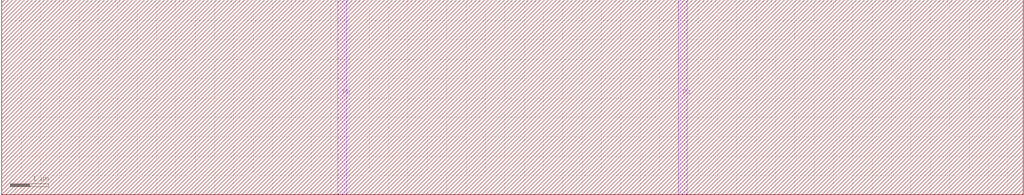
<source format=lef>
VERSION 5.1 ;

NAMESCASESENSITIVE ON ;

UNITS
    DATABASE MICRONS 100 ;
END UNITS

LAYER POLY1
    TYPE MASTERSLICE ;
END POLY1

LAYER METAL1
    TYPE ROUTING ;
    WIDTH 0.23 ;
    SPACING 0.23 ;
    SPACING 0.6 RANGE 10.0 100000.0 ;
    PITCH 0.56 ;
    DIRECTION HORIZONTAL ;
END METAL1

LAYER VIA12
    TYPE CUT ;
END VIA12

LAYER METAL2
    TYPE ROUTING ;
    WIDTH 0.28 ;
    SPACING 0.28 ;
    SPACING 0.6 RANGE 10.0 100000.0 ;
    PITCH 0.66 ;
    DIRECTION VERTICAL ;
END METAL2

LAYER VIA23
    TYPE CUT ;
END VIA23

LAYER METAL3
    TYPE ROUTING ;
    WIDTH 0.28 ;
    SPACING 0.28 ;
    SPACING 0.6 RANGE 10.0 100000.0 ;
    PITCH 0.56 ;
    DIRECTION HORIZONTAL ;
END METAL3

LAYER VIA34
    TYPE CUT ;
END VIA34

LAYER METAL4
    TYPE ROUTING ;
    WIDTH 0.28 ;
    SPACING 0.28 ;
    SPACING 0.6 RANGE 10.0 100000.0 ;
    PITCH 0.66 ;
    DIRECTION VERTICAL ;
END METAL4

LAYER VIA45
    TYPE CUT ;
END VIA45

LAYER METAL5
    TYPE ROUTING ;
    WIDTH 0.44 ;
    SPACING 0.46 ;
    SPACING 0.6 RANGE 10.0 100000.0 ;
    PITCH 1.12 ;
    DIRECTION HORIZONTAL ;
END METAL5

LAYER OVERLAP
    TYPE OVERLAP ;
END OVERLAP

VIA via1 DEFAULT
    LAYER METAL1 ;
        RECT -0.19 -0.14 0.19 0.14 ;
    LAYER VIA12 ;
        RECT -0.13 -0.13 0.13 0.13 ;
    LAYER METAL2 ;
        RECT -0.19 -0.14 0.19 0.14 ;
END via1

VIA via2 DEFAULT
    LAYER METAL2 ;
        RECT -0.19 -0.14 0.19 0.14 ;
    LAYER VIA23 ;
        RECT -0.13 -0.13 0.13 0.13 ;
    LAYER METAL3 ;
        RECT -0.19 -0.14 0.19 0.14 ;
END via2

VIA via3 DEFAULT
    LAYER METAL3 ;
        RECT -0.19 -0.14 0.19 0.14 ;
    LAYER VIA34 ;
        RECT -0.13 -0.13 0.13 0.13 ;
    LAYER METAL4 ;
        RECT -0.19 -0.14 0.19 0.14 ;
END via3

VIA via4 DEFAULT
    LAYER METAL4 ;
        RECT -0.24 -0.19 0.24 0.19 ;
    LAYER VIA45 ;
        RECT -0.18 -0.18 0.18 0.18 ;
    LAYER METAL5 ;
        RECT -0.27 -0.27 0.27 0.27 ;
END via4

SPACING
    SAMENET METAL1 METAL1 0.23 ;
    SAMENET METAL2 METAL2 0.28 ;
    SAMENET METAL3 METAL3 0.28 ;
    SAMENET METAL4 METAL4 0.28 ;
    SAMENET METAL5 METAL5 0.46 ;
    SAMENET VIA12 VIA12 0.26 ;
    SAMENET VIA23 VIA23 0.26 ;
    SAMENET VIA34 VIA34 0.26 ;
    SAMENET VIA45 VIA34 0.35 ;
END SPACING

SITE core
    SIZE 0.66 BY 5.04 ;
    CLASS CORE ;
    SYMMETRY y ;
END core

MACRO mod0
    CLASS CORE ;
    SIZE 5.28 BY 5.04 ;
    ORIGIN 0.00 0.00 ;
    SYMMETRY x y ;
    SITE core ;
    PIN P0
        DIRECTION INOUT ;
        USE SIGNAL ;
        PORT
        LAYER METAL1 ;
        RECT 0.9400 0.0000 1.1800 5.0400 ;
        END
    END P0
    PIN P1
        DIRECTION INOUT ;
        USE SIGNAL ;
        PORT
        LAYER METAL1 ;
        RECT 2.0000 0.0000 2.2400 5.0400 ;
        END
    END P1
    PIN P2
        DIRECTION INOUT ;
        USE SIGNAL ;
        PORT
        LAYER METAL1 ;
        RECT 3.0400 0.0000 3.2800 5.0400 ;
        END
    END P2
    PIN P3
        DIRECTION INOUT ;
        USE SIGNAL ;
        PORT
        LAYER METAL1 ;
        RECT 4.1000 0.0000 4.3400 5.0400 ;
        END
    END P3
END mod0

MACRO mod1
    CLASS CORE ;
    SIZE 3.96 BY 5.04 ;
    ORIGIN 0.00 0.00 ;
    SYMMETRY x y ;
    SITE core ;
    PIN P0
        DIRECTION INOUT ;
        USE SIGNAL ;
        PORT
        LAYER METAL1 ;
        RECT 0.6800 0.0000 0.9200 5.0400 ;
        END
    END P0
    PIN P1
        DIRECTION INOUT ;
        USE SIGNAL ;
        PORT
        LAYER METAL1 ;
        RECT 1.4700 0.0000 1.7100 5.0400 ;
        END
    END P1
    PIN P2
        DIRECTION INOUT ;
        USE SIGNAL ;
        PORT
        LAYER METAL1 ;
        RECT 2.2500 0.0000 2.4900 5.0400 ;
        END
    END P2
    PIN P3
        DIRECTION INOUT ;
        USE SIGNAL ;
        PORT
        LAYER METAL1 ;
        RECT 3.0400 0.0000 3.2800 5.0400 ;
        END
    END P3
END mod1

MACRO mod2
    CLASS CORE ;
    SIZE 5.28 BY 5.04 ;
    ORIGIN 0.00 0.00 ;
    SYMMETRY x y ;
    SITE core ;
    PIN P0
        DIRECTION INOUT ;
        USE SIGNAL ;
        PORT
        LAYER METAL1 ;
        RECT 0.7600 0.0000 1.0000 5.0400 ;
        END
    END P0
    PIN P1
        DIRECTION INOUT ;
        USE SIGNAL ;
        PORT
        LAYER METAL1 ;
        RECT 1.6400 0.0000 1.8800 5.0400 ;
        END
    END P1
    PIN P2
        DIRECTION INOUT ;
        USE SIGNAL ;
        PORT
        LAYER METAL1 ;
        RECT 2.5200 0.0000 2.7600 5.0400 ;
        END
    END P2
    PIN P3
        DIRECTION INOUT ;
        USE SIGNAL ;
        PORT
        LAYER METAL1 ;
        RECT 3.4000 0.0000 3.6400 5.0400 ;
        END
    END P3
    PIN P4
        DIRECTION INOUT ;
        USE SIGNAL ;
        PORT
        LAYER METAL1 ;
        RECT 4.2800 0.0000 4.5200 5.0400 ;
        END
    END P4
END mod2

MACRO mod3
    CLASS CORE ;
    SIZE 2.64 BY 5.04 ;
    ORIGIN 0.00 0.00 ;
    SYMMETRY x y ;
    SITE core ;
    PIN P0
        DIRECTION INOUT ;
        USE SIGNAL ;
        PORT
        LAYER METAL1 ;
        RECT 0.7600 0.0000 1.0000 5.0400 ;
        END
    END P0
    PIN P1
        DIRECTION INOUT ;
        USE SIGNAL ;
        PORT
        LAYER METAL1 ;
        RECT 1.6400 0.0000 1.8800 5.0400 ;
        END
    END P1
END mod3

MACRO mod4
    CLASS CORE ;
    SIZE 2.64 BY 5.04 ;
    ORIGIN 0.00 0.00 ;
    SYMMETRY x y ;
    SITE core ;
    PIN P0
        DIRECTION INOUT ;
        USE SIGNAL ;
        PORT
        LAYER METAL1 ;
        RECT 0.5400 0.0000 0.7800 5.0400 ;
        END
    END P0
    PIN P1
        DIRECTION INOUT ;
        USE SIGNAL ;
        PORT
        LAYER METAL1 ;
        RECT 1.2000 0.0000 1.4400 5.0400 ;
        END
    END P1
    PIN P2
        DIRECTION INOUT ;
        USE SIGNAL ;
        PORT
        LAYER METAL1 ;
        RECT 1.8600 0.0000 2.1000 5.0400 ;
        END
    END P2
END mod4

MACRO mod5
    CLASS CORE ;
    SIZE 1.32 BY 5.04 ;
    ORIGIN 0.00 0.00 ;
    SYMMETRY x y ;
    SITE core ;
    PIN P0
        DIRECTION INOUT ;
        USE SIGNAL ;
        PORT
        LAYER METAL1 ;
        RECT 0.3200 0.0000 0.5600 5.0400 ;
        END
    END P0
    PIN P1
        DIRECTION INOUT ;
        USE SIGNAL ;
        PORT
        LAYER METAL1 ;
        RECT 0.7600 0.0000 1.0000 5.0400 ;
        END
    END P1
END mod5

MACRO mod6
    CLASS CORE ;
    SIZE 3.96 BY 5.04 ;
    ORIGIN 0.00 0.00 ;
    SYMMETRY x y ;
    SITE core ;
    PIN P0
        DIRECTION INOUT ;
        USE SIGNAL ;
        PORT
        LAYER METAL1 ;
        RECT 0.8700 0.0000 1.1100 5.0400 ;
        END
    END P0
    PIN P1
        DIRECTION INOUT ;
        USE SIGNAL ;
        PORT
        LAYER METAL1 ;
        RECT 1.8600 0.0000 2.1000 5.0400 ;
        END
    END P1
    PIN P2
        DIRECTION INOUT ;
        USE SIGNAL ;
        PORT
        LAYER METAL1 ;
        RECT 2.8500 0.0000 3.0900 5.0400 ;
        END
    END P2
END mod6

MACRO mod7
    CLASS CORE ;
    SIZE 9.24 BY 5.04 ;
    ORIGIN 0.00 0.00 ;
    SYMMETRY x y ;
    SITE core ;
    PIN P0
        DIRECTION INOUT ;
        USE SIGNAL ;
        PORT
        LAYER METAL1 ;
        RECT 2.9600 0.0000 3.2000 5.0400 ;
        END
    END P0
    PIN P1
        DIRECTION INOUT ;
        USE SIGNAL ;
        PORT
        LAYER METAL1 ;
        RECT 6.0400 0.0000 6.2800 5.0400 ;
        END
    END P1
END mod7

MACRO mod8
    CLASS CORE ;
    SIZE 11.88 BY 5.04 ;
    ORIGIN 0.00 0.00 ;
    SYMMETRY x y ;
    SITE core ;
    PIN P0
        DIRECTION INOUT ;
        USE SIGNAL ;
        PORT
        LAYER METAL1 ;
        RECT 1.5800 0.0000 1.8200 5.0400 ;
        END
    END P0
    PIN P1
        DIRECTION INOUT ;
        USE SIGNAL ;
        PORT
        LAYER METAL1 ;
        RECT 3.2800 0.0000 3.5200 5.0400 ;
        END
    END P1
    PIN P2
        DIRECTION INOUT ;
        USE SIGNAL ;
        PORT
        LAYER METAL1 ;
        RECT 4.9800 0.0000 5.2200 5.0400 ;
        END
    END P2
    PIN P3
        DIRECTION INOUT ;
        USE SIGNAL ;
        PORT
        LAYER METAL1 ;
        RECT 6.6600 0.0000 6.9000 5.0400 ;
        END
    END P3
    PIN P4
        DIRECTION INOUT ;
        USE SIGNAL ;
        PORT
        LAYER METAL1 ;
        RECT 8.3600 0.0000 8.6000 5.0400 ;
        END
    END P4
    PIN P5
        DIRECTION INOUT ;
        USE SIGNAL ;
        PORT
        LAYER METAL1 ;
        RECT 10.0600 0.0000 10.3000 5.0400 ;
        END
    END P5
END mod8

MACRO mod9
    CLASS CORE ;
    SIZE 7.92 BY 5.04 ;
    ORIGIN 0.00 0.00 ;
    SYMMETRY x y ;
    SITE core ;
    PIN P0
        DIRECTION INOUT ;
        USE SIGNAL ;
        PORT
        LAYER METAL1 ;
        RECT 1.0200 0.0000 1.2600 5.0400 ;
        END
    END P0
    PIN P1
        DIRECTION INOUT ;
        USE SIGNAL ;
        PORT
        LAYER METAL1 ;
        RECT 2.1500 0.0000 2.3900 5.0400 ;
        END
    END P1
    PIN P2
        DIRECTION INOUT ;
        USE SIGNAL ;
        PORT
        LAYER METAL1 ;
        RECT 3.2800 0.0000 3.5200 5.0400 ;
        END
    END P2
    PIN P3
        DIRECTION INOUT ;
        USE SIGNAL ;
        PORT
        LAYER METAL1 ;
        RECT 4.4000 0.0000 4.6400 5.0400 ;
        END
    END P3
    PIN P4
        DIRECTION INOUT ;
        USE SIGNAL ;
        PORT
        LAYER METAL1 ;
        RECT 5.5300 0.0000 5.7700 5.0400 ;
        END
    END P4
    PIN P5
        DIRECTION INOUT ;
        USE SIGNAL ;
        PORT
        LAYER METAL1 ;
        RECT 6.6600 0.0000 6.9000 5.0400 ;
        END
    END P5
END mod9

MACRO mod10
    CLASS CORE ;
    SIZE 10.56 BY 5.04 ;
    ORIGIN 0.00 0.00 ;
    SYMMETRY x y ;
    SITE core ;
    PIN P0
        DIRECTION INOUT ;
        USE SIGNAL ;
        PORT
        LAYER METAL1 ;
        RECT 1.6400 0.0000 1.8800 5.0400 ;
        END
    END P0
    PIN P1
        DIRECTION INOUT ;
        USE SIGNAL ;
        PORT
        LAYER METAL1 ;
        RECT 3.4000 0.0000 3.6400 5.0400 ;
        END
    END P1
    PIN P2
        DIRECTION INOUT ;
        USE SIGNAL ;
        PORT
        LAYER METAL1 ;
        RECT 5.1600 0.0000 5.4000 5.0400 ;
        END
    END P2
    PIN P3
        DIRECTION INOUT ;
        USE SIGNAL ;
        PORT
        LAYER METAL1 ;
        RECT 6.9200 0.0000 7.1600 5.0400 ;
        END
    END P3
    PIN P4
        DIRECTION INOUT ;
        USE SIGNAL ;
        PORT
        LAYER METAL1 ;
        RECT 8.6800 0.0000 8.9200 5.0400 ;
        END
    END P4
END mod10

MACRO mod11
    CLASS CORE ;
    SIZE 9.24 BY 5.04 ;
    ORIGIN 0.00 0.00 ;
    SYMMETRY x y ;
    SITE core ;
    PIN P0
        DIRECTION INOUT ;
        USE SIGNAL ;
        PORT
        LAYER METAL1 ;
        RECT 0.8100 0.0000 1.0500 5.0400 ;
        END
    END P0
    PIN P1
        DIRECTION INOUT ;
        USE SIGNAL ;
        PORT
        LAYER METAL1 ;
        RECT 1.7300 0.0000 1.9700 5.0400 ;
        END
    END P1
    PIN P2
        DIRECTION INOUT ;
        USE SIGNAL ;
        PORT
        LAYER METAL1 ;
        RECT 2.6600 0.0000 2.9000 5.0400 ;
        END
    END P2
    PIN P3
        DIRECTION INOUT ;
        USE SIGNAL ;
        PORT
        LAYER METAL1 ;
        RECT 3.5800 0.0000 3.8200 5.0400 ;
        END
    END P3
    PIN P4
        DIRECTION INOUT ;
        USE SIGNAL ;
        PORT
        LAYER METAL1 ;
        RECT 4.5000 0.0000 4.7400 5.0400 ;
        END
    END P4
    PIN P5
        DIRECTION INOUT ;
        USE SIGNAL ;
        PORT
        LAYER METAL1 ;
        RECT 5.4200 0.0000 5.6600 5.0400 ;
        END
    END P5
    PIN P6
        DIRECTION INOUT ;
        USE SIGNAL ;
        PORT
        LAYER METAL1 ;
        RECT 6.3400 0.0000 6.5800 5.0400 ;
        END
    END P6
    PIN P7
        DIRECTION INOUT ;
        USE SIGNAL ;
        PORT
        LAYER METAL1 ;
        RECT 7.2700 0.0000 7.5100 5.0400 ;
        END
    END P7
    PIN P8
        DIRECTION INOUT ;
        USE SIGNAL ;
        PORT
        LAYER METAL1 ;
        RECT 8.1900 0.0000 8.4300 5.0400 ;
        END
    END P8
END mod11

MACRO mod12
    CLASS CORE ;
    SIZE 5.28 BY 5.04 ;
    ORIGIN 0.00 0.00 ;
    SYMMETRY x y ;
    SITE core ;
    PIN P0
        DIRECTION INOUT ;
        USE SIGNAL ;
        PORT
        LAYER METAL1 ;
        RECT 1.2000 0.0000 1.4400 5.0400 ;
        END
    END P0
    PIN P1
        DIRECTION INOUT ;
        USE SIGNAL ;
        PORT
        LAYER METAL1 ;
        RECT 2.5200 0.0000 2.7600 5.0400 ;
        END
    END P1
    PIN P2
        DIRECTION INOUT ;
        USE SIGNAL ;
        PORT
        LAYER METAL1 ;
        RECT 3.8400 0.0000 4.0800 5.0400 ;
        END
    END P2
END mod12

MACRO mod13
    CLASS CORE ;
    SIZE 7.92 BY 5.04 ;
    ORIGIN 0.00 0.00 ;
    SYMMETRY x y ;
    SITE core ;
    PIN P0
        DIRECTION INOUT ;
        USE SIGNAL ;
        PORT
        LAYER METAL1 ;
        RECT 1.4700 0.0000 1.7100 5.0400 ;
        END
    END P0
    PIN P1
        DIRECTION INOUT ;
        USE SIGNAL ;
        PORT
        LAYER METAL1 ;
        RECT 3.0500 0.0000 3.2900 5.0400 ;
        END
    END P1
    PIN P2
        DIRECTION INOUT ;
        USE SIGNAL ;
        PORT
        LAYER METAL1 ;
        RECT 4.6300 0.0000 4.8700 5.0400 ;
        END
    END P2
    PIN P3
        DIRECTION INOUT ;
        USE SIGNAL ;
        PORT
        LAYER METAL1 ;
        RECT 6.2100 0.0000 6.4500 5.0400 ;
        END
    END P3
END mod13

MACRO mod14
    CLASS CORE ;
    SIZE 6.60 BY 5.04 ;
    ORIGIN 0.00 0.00 ;
    SYMMETRY x y ;
    SITE core ;
    PIN P0
        DIRECTION INOUT ;
        USE SIGNAL ;
        PORT
        LAYER METAL1 ;
        RECT 0.9800 0.0000 1.2200 5.0400 ;
        END
    END P0
    PIN P1
        DIRECTION INOUT ;
        USE SIGNAL ;
        PORT
        LAYER METAL1 ;
        RECT 2.0800 0.0000 2.3200 5.0400 ;
        END
    END P1
    PIN P2
        DIRECTION INOUT ;
        USE SIGNAL ;
        PORT
        LAYER METAL1 ;
        RECT 3.1800 0.0000 3.4200 5.0400 ;
        END
    END P2
    PIN P3
        DIRECTION INOUT ;
        USE SIGNAL ;
        PORT
        LAYER METAL1 ;
        RECT 4.2800 0.0000 4.5200 5.0400 ;
        END
    END P3
    PIN P4
        DIRECTION INOUT ;
        USE SIGNAL ;
        PORT
        LAYER METAL1 ;
        RECT 5.3800 0.0000 5.6200 5.0400 ;
        END
    END P4
END mod14

MACRO mod15
    CLASS CORE ;
    SIZE 7.92 BY 5.04 ;
    ORIGIN 0.00 0.00 ;
    SYMMETRY x y ;
    SITE core ;
    PIN P0
        DIRECTION INOUT ;
        USE SIGNAL ;
        PORT
        LAYER METAL1 ;
        RECT 2.5200 0.0000 2.7600 5.0400 ;
        END
    END P0
    PIN P1
        DIRECTION INOUT ;
        USE SIGNAL ;
        PORT
        LAYER METAL1 ;
        RECT 5.1600 0.0000 5.4000 5.0400 ;
        END
    END P1
END mod15

MACRO mod16
    CLASS CORE ;
    SIZE 10.56 BY 5.04 ;
    ORIGIN 0.00 0.00 ;
    SYMMETRY x y ;
    SITE core ;
    PIN P0
        DIRECTION INOUT ;
        USE SIGNAL ;
        PORT
        LAYER METAL1 ;
        RECT 1.0600 0.0000 1.3000 5.0400 ;
        END
    END P0
    PIN P1
        DIRECTION INOUT ;
        USE SIGNAL ;
        PORT
        LAYER METAL1 ;
        RECT 2.2300 0.0000 2.4700 5.0400 ;
        END
    END P1
    PIN P2
        DIRECTION INOUT ;
        USE SIGNAL ;
        PORT
        LAYER METAL1 ;
        RECT 3.4100 0.0000 3.6500 5.0400 ;
        END
    END P2
    PIN P3
        DIRECTION INOUT ;
        USE SIGNAL ;
        PORT
        LAYER METAL1 ;
        RECT 4.5800 0.0000 4.8200 5.0400 ;
        END
    END P3
    PIN P4
        DIRECTION INOUT ;
        USE SIGNAL ;
        PORT
        LAYER METAL1 ;
        RECT 5.7400 0.0000 5.9800 5.0400 ;
        END
    END P4
    PIN P5
        DIRECTION INOUT ;
        USE SIGNAL ;
        PORT
        LAYER METAL1 ;
        RECT 6.9200 0.0000 7.1600 5.0400 ;
        END
    END P5
    PIN P6
        DIRECTION INOUT ;
        USE SIGNAL ;
        PORT
        LAYER METAL1 ;
        RECT 8.0900 0.0000 8.3300 5.0400 ;
        END
    END P6
    PIN P7
        DIRECTION INOUT ;
        USE SIGNAL ;
        PORT
        LAYER METAL1 ;
        RECT 9.2600 0.0000 9.5000 5.0400 ;
        END
    END P7
END mod16

MACRO mod17
    CLASS CORE ;
    SIZE 10.56 BY 5.04 ;
    ORIGIN 0.00 0.00 ;
    SYMMETRY x y ;
    SITE core ;
    PIN P0
        DIRECTION INOUT ;
        USE SIGNAL ;
        PORT
        LAYER METAL1 ;
        RECT 0.9400 0.0000 1.1800 5.0400 ;
        END
    END P0
    PIN P1
        DIRECTION INOUT ;
        USE SIGNAL ;
        PORT
        LAYER METAL1 ;
        RECT 2.0000 0.0000 2.2400 5.0400 ;
        END
    END P1
    PIN P2
        DIRECTION INOUT ;
        USE SIGNAL ;
        PORT
        LAYER METAL1 ;
        RECT 3.0500 0.0000 3.2900 5.0400 ;
        END
    END P2
    PIN P3
        DIRECTION INOUT ;
        USE SIGNAL ;
        PORT
        LAYER METAL1 ;
        RECT 4.1100 0.0000 4.3500 5.0400 ;
        END
    END P3
    PIN P4
        DIRECTION INOUT ;
        USE SIGNAL ;
        PORT
        LAYER METAL1 ;
        RECT 5.1600 0.0000 5.4000 5.0400 ;
        END
    END P4
    PIN P5
        DIRECTION INOUT ;
        USE SIGNAL ;
        PORT
        LAYER METAL1 ;
        RECT 6.2100 0.0000 6.4500 5.0400 ;
        END
    END P5
    PIN P6
        DIRECTION INOUT ;
        USE SIGNAL ;
        PORT
        LAYER METAL1 ;
        RECT 7.2700 0.0000 7.5100 5.0400 ;
        END
    END P6
    PIN P7
        DIRECTION INOUT ;
        USE SIGNAL ;
        PORT
        LAYER METAL1 ;
        RECT 8.3200 0.0000 8.5600 5.0400 ;
        END
    END P7
    PIN P8
        DIRECTION INOUT ;
        USE SIGNAL ;
        PORT
        LAYER METAL1 ;
        RECT 9.3800 0.0000 9.6200 5.0400 ;
        END
    END P8
END mod17

MACRO mod19
    CLASS CORE ;
    SIZE 3.96 BY 5.04 ;
    ORIGIN 0.00 0.00 ;
    SYMMETRY x y ;
    SITE core ;
    PIN P0
        DIRECTION INOUT ;
        USE SIGNAL ;
        PORT
        LAYER METAL1 ;
        RECT 1.8600 0.0000 2.1000 5.0400 ;
        END
    END P0
END mod19

MACRO mod20
    CLASS CORE ;
    SIZE 14.52 BY 5.04 ;
    ORIGIN 0.00 0.00 ;
    SYMMETRY x y ;
    SITE core ;
    PIN P0
        DIRECTION INOUT ;
        USE SIGNAL ;
        PORT
        LAYER METAL1 ;
        RECT 4.7200 0.0000 4.9600 5.0400 ;
        END
    END P0
    PIN P1
        DIRECTION INOUT ;
        USE SIGNAL ;
        PORT
        LAYER METAL1 ;
        RECT 9.5600 0.0000 9.8000 5.0400 ;
        END
    END P1
END mod20

MACRO mod21
    CLASS CORE ;
    SIZE 3.96 BY 5.04 ;
    ORIGIN 0.00 0.00 ;
    SYMMETRY x y ;
    SITE core ;
    PIN P0
        DIRECTION INOUT ;
        USE SIGNAL ;
        PORT
        LAYER METAL1 ;
        RECT 0.5400 0.0000 0.7800 5.0400 ;
        END
    END P0
    PIN P1
        DIRECTION INOUT ;
        USE SIGNAL ;
        PORT
        LAYER METAL1 ;
        RECT 1.2000 0.0000 1.4400 5.0400 ;
        END
    END P1
    PIN P2
        DIRECTION INOUT ;
        USE SIGNAL ;
        PORT
        LAYER METAL1 ;
        RECT 1.8600 0.0000 2.1000 5.0400 ;
        END
    END P2
    PIN P3
        DIRECTION INOUT ;
        USE SIGNAL ;
        PORT
        LAYER METAL1 ;
        RECT 2.5200 0.0000 2.7600 5.0400 ;
        END
    END P3
    PIN P4
        DIRECTION INOUT ;
        USE SIGNAL ;
        PORT
        LAYER METAL1 ;
        RECT 3.1800 0.0000 3.4200 5.0400 ;
        END
    END P4
END mod21

MACRO mod22
    CLASS CORE ;
    SIZE 6.60 BY 5.04 ;
    ORIGIN 0.00 0.00 ;
    SYMMETRY x y ;
    SITE core ;
    PIN P0
        DIRECTION INOUT ;
        USE SIGNAL ;
        PORT
        LAYER METAL1 ;
        RECT 1.2000 0.0000 1.4400 5.0400 ;
        END
    END P0
    PIN P1
        DIRECTION INOUT ;
        USE SIGNAL ;
        PORT
        LAYER METAL1 ;
        RECT 2.5200 0.0000 2.7600 5.0400 ;
        END
    END P1
    PIN P2
        DIRECTION INOUT ;
        USE SIGNAL ;
        PORT
        LAYER METAL1 ;
        RECT 3.8400 0.0000 4.0800 5.0400 ;
        END
    END P2
    PIN P3
        DIRECTION INOUT ;
        USE SIGNAL ;
        PORT
        LAYER METAL1 ;
        RECT 5.1600 0.0000 5.4000 5.0400 ;
        END
    END P3
END mod22

MACRO mod23
    CLASS CORE ;
    SIZE 7.92 BY 5.04 ;
    ORIGIN 0.00 0.00 ;
    SYMMETRY x y ;
    SITE core ;
    PIN P0
        DIRECTION INOUT ;
        USE SIGNAL ;
        PORT
        LAYER METAL1 ;
        RECT 1.2000 0.0000 1.4400 5.0400 ;
        END
    END P0
    PIN P1
        DIRECTION INOUT ;
        USE SIGNAL ;
        PORT
        LAYER METAL1 ;
        RECT 2.5200 0.0000 2.7600 5.0400 ;
        END
    END P1
    PIN P2
        DIRECTION INOUT ;
        USE SIGNAL ;
        PORT
        LAYER METAL1 ;
        RECT 3.8400 0.0000 4.0800 5.0400 ;
        END
    END P2
    PIN P3
        DIRECTION INOUT ;
        USE SIGNAL ;
        PORT
        LAYER METAL1 ;
        RECT 5.1600 0.0000 5.4000 5.0400 ;
        END
    END P3
    PIN P4
        DIRECTION INOUT ;
        USE SIGNAL ;
        PORT
        LAYER METAL1 ;
        RECT 6.4800 0.0000 6.7200 5.0400 ;
        END
    END P4
END mod23

MACRO mod24
    CLASS CORE ;
    SIZE 17.16 BY 5.04 ;
    ORIGIN 0.00 0.00 ;
    SYMMETRY x y ;
    SITE core ;
    PIN P0
        DIRECTION INOUT ;
        USE SIGNAL ;
        PORT
        LAYER METAL1 ;
        RECT 3.3200 0.0000 3.5600 5.0400 ;
        END
    END P0
    PIN P1
        DIRECTION INOUT ;
        USE SIGNAL ;
        PORT
        LAYER METAL1 ;
        RECT 6.7500 0.0000 6.9900 5.0400 ;
        END
    END P1
    PIN P2
        DIRECTION INOUT ;
        USE SIGNAL ;
        PORT
        LAYER METAL1 ;
        RECT 10.1700 0.0000 10.4100 5.0400 ;
        END
    END P2
    PIN P3
        DIRECTION INOUT ;
        USE SIGNAL ;
        PORT
        LAYER METAL1 ;
        RECT 13.6000 0.0000 13.8400 5.0400 ;
        END
    END P3
END mod24

MACRO mod25
    CLASS CORE ;
    SIZE 9.24 BY 5.04 ;
    ORIGIN 0.00 0.00 ;
    SYMMETRY x y ;
    SITE core ;
    PIN P0
        DIRECTION INOUT ;
        USE SIGNAL ;
        PORT
        LAYER METAL1 ;
        RECT 1.2000 0.0000 1.4400 5.0400 ;
        END
    END P0
    PIN P1
        DIRECTION INOUT ;
        USE SIGNAL ;
        PORT
        LAYER METAL1 ;
        RECT 2.5200 0.0000 2.7600 5.0400 ;
        END
    END P1
    PIN P2
        DIRECTION INOUT ;
        USE SIGNAL ;
        PORT
        LAYER METAL1 ;
        RECT 3.8400 0.0000 4.0800 5.0400 ;
        END
    END P2
    PIN P3
        DIRECTION INOUT ;
        USE SIGNAL ;
        PORT
        LAYER METAL1 ;
        RECT 5.1600 0.0000 5.4000 5.0400 ;
        END
    END P3
    PIN P4
        DIRECTION INOUT ;
        USE SIGNAL ;
        PORT
        LAYER METAL1 ;
        RECT 6.4800 0.0000 6.7200 5.0400 ;
        END
    END P4
    PIN P5
        DIRECTION INOUT ;
        USE SIGNAL ;
        PORT
        LAYER METAL1 ;
        RECT 7.8000 0.0000 8.0400 5.0400 ;
        END
    END P5
END mod25

MACRO mod26
    CLASS CORE ;
    SIZE 11.88 BY 5.04 ;
    ORIGIN 0.00 0.00 ;
    SYMMETRY x y ;
    SITE core ;
    PIN P0
        DIRECTION INOUT ;
        USE SIGNAL ;
        PORT
        LAYER METAL1 ;
        RECT 1.3700 0.0000 1.6100 5.0400 ;
        END
    END P0
    PIN P1
        DIRECTION INOUT ;
        USE SIGNAL ;
        PORT
        LAYER METAL1 ;
        RECT 2.8500 0.0000 3.0900 5.0400 ;
        END
    END P1
    PIN P2
        DIRECTION INOUT ;
        USE SIGNAL ;
        PORT
        LAYER METAL1 ;
        RECT 4.3400 0.0000 4.5800 5.0400 ;
        END
    END P2
    PIN P3
        DIRECTION INOUT ;
        USE SIGNAL ;
        PORT
        LAYER METAL1 ;
        RECT 5.8200 0.0000 6.0600 5.0400 ;
        END
    END P3
    PIN P4
        DIRECTION INOUT ;
        USE SIGNAL ;
        PORT
        LAYER METAL1 ;
        RECT 7.3000 0.0000 7.5400 5.0400 ;
        END
    END P4
    PIN P5
        DIRECTION INOUT ;
        USE SIGNAL ;
        PORT
        LAYER METAL1 ;
        RECT 8.7900 0.0000 9.0300 5.0400 ;
        END
    END P5
    PIN P6
        DIRECTION INOUT ;
        USE SIGNAL ;
        PORT
        LAYER METAL1 ;
        RECT 10.2700 0.0000 10.5100 5.0400 ;
        END
    END P6
END mod26

MACRO mod27
    CLASS CORE ;
    SIZE 2.64 BY 5.04 ;
    ORIGIN 0.00 0.00 ;
    SYMMETRY x y ;
    SITE core ;
    PIN P0
        DIRECTION INOUT ;
        USE SIGNAL ;
        PORT
        LAYER METAL1 ;
        RECT 1.2000 0.0000 1.4400 5.0400 ;
        END
    END P0
END mod27

MACRO mod28
    CLASS CORE ;
    SIZE 15.84 BY 5.04 ;
    ORIGIN 0.00 0.00 ;
    SYMMETRY x y ;
    SITE core ;
    PIN P0
        DIRECTION INOUT ;
        USE SIGNAL ;
        PORT
        LAYER METAL1 ;
        RECT 2.1500 0.0000 2.3900 5.0400 ;
        END
    END P0
    PIN P1
        DIRECTION INOUT ;
        USE SIGNAL ;
        PORT
        LAYER METAL1 ;
        RECT 4.4100 0.0000 4.6500 5.0400 ;
        END
    END P1
    PIN P2
        DIRECTION INOUT ;
        USE SIGNAL ;
        PORT
        LAYER METAL1 ;
        RECT 6.6700 0.0000 6.9100 5.0400 ;
        END
    END P2
    PIN P3
        DIRECTION INOUT ;
        USE SIGNAL ;
        PORT
        LAYER METAL1 ;
        RECT 8.9300 0.0000 9.1700 5.0400 ;
        END
    END P3
    PIN P4
        DIRECTION INOUT ;
        USE SIGNAL ;
        PORT
        LAYER METAL1 ;
        RECT 11.1900 0.0000 11.4300 5.0400 ;
        END
    END P4
    PIN P5
        DIRECTION INOUT ;
        USE SIGNAL ;
        PORT
        LAYER METAL1 ;
        RECT 13.4500 0.0000 13.6900 5.0400 ;
        END
    END P5
END mod28

MACRO mod29
    CLASS CORE ;
    SIZE 9.24 BY 5.04 ;
    ORIGIN 0.00 0.00 ;
    SYMMETRY x y ;
    SITE core ;
    PIN P0
        DIRECTION INOUT ;
        USE SIGNAL ;
        PORT
        LAYER METAL1 ;
        RECT 1.7300 0.0000 1.9700 5.0400 ;
        END
    END P0
    PIN P1
        DIRECTION INOUT ;
        USE SIGNAL ;
        PORT
        LAYER METAL1 ;
        RECT 3.5800 0.0000 3.8200 5.0400 ;
        END
    END P1
    PIN P2
        DIRECTION INOUT ;
        USE SIGNAL ;
        PORT
        LAYER METAL1 ;
        RECT 5.4200 0.0000 5.6600 5.0400 ;
        END
    END P2
    PIN P3
        DIRECTION INOUT ;
        USE SIGNAL ;
        PORT
        LAYER METAL1 ;
        RECT 7.2700 0.0000 7.5100 5.0400 ;
        END
    END P3
END mod29

MACRO mod30
    CLASS CORE ;
    SIZE 3.96 BY 5.04 ;
    ORIGIN 0.00 0.00 ;
    SYMMETRY x y ;
    SITE core ;
    PIN P0
        DIRECTION INOUT ;
        USE SIGNAL ;
        PORT
        LAYER METAL1 ;
        RECT 1.2000 0.0000 1.4400 5.0400 ;
        END
    END P0
    PIN P1
        DIRECTION INOUT ;
        USE SIGNAL ;
        PORT
        LAYER METAL1 ;
        RECT 2.5200 0.0000 2.7600 5.0400 ;
        END
    END P1
END mod30

MACRO mod31
    CLASS CORE ;
    SIZE 9.24 BY 5.04 ;
    ORIGIN 0.00 0.00 ;
    SYMMETRY x y ;
    SITE core ;
    PIN P0
        DIRECTION INOUT ;
        USE SIGNAL ;
        PORT
        LAYER METAL1 ;
        RECT 1.4200 0.0000 1.6600 5.0400 ;
        END
    END P0
    PIN P1
        DIRECTION INOUT ;
        USE SIGNAL ;
        PORT
        LAYER METAL1 ;
        RECT 2.9600 0.0000 3.2000 5.0400 ;
        END
    END P1
    PIN P2
        DIRECTION INOUT ;
        USE SIGNAL ;
        PORT
        LAYER METAL1 ;
        RECT 4.5000 0.0000 4.7400 5.0400 ;
        END
    END P2
    PIN P3
        DIRECTION INOUT ;
        USE SIGNAL ;
        PORT
        LAYER METAL1 ;
        RECT 6.0400 0.0000 6.2800 5.0400 ;
        END
    END P3
    PIN P4
        DIRECTION INOUT ;
        USE SIGNAL ;
        PORT
        LAYER METAL1 ;
        RECT 7.5800 0.0000 7.8200 5.0400 ;
        END
    END P4
END mod31

MACRO mod32
    CLASS CORE ;
    SIZE 6.60 BY 5.04 ;
    ORIGIN 0.00 0.00 ;
    SYMMETRY x y ;
    SITE core ;
    PIN P0
        DIRECTION INOUT ;
        USE SIGNAL ;
        PORT
        LAYER METAL1 ;
        RECT 0.8300 0.0000 1.0700 5.0400 ;
        END
    END P0
    PIN P1
        DIRECTION INOUT ;
        USE SIGNAL ;
        PORT
        LAYER METAL1 ;
        RECT 1.7700 0.0000 2.0100 5.0400 ;
        END
    END P1
    PIN P2
        DIRECTION INOUT ;
        USE SIGNAL ;
        PORT
        LAYER METAL1 ;
        RECT 2.7100 0.0000 2.9500 5.0400 ;
        END
    END P2
    PIN P3
        DIRECTION INOUT ;
        USE SIGNAL ;
        PORT
        LAYER METAL1 ;
        RECT 3.6500 0.0000 3.8900 5.0400 ;
        END
    END P3
    PIN P4
        DIRECTION INOUT ;
        USE SIGNAL ;
        PORT
        LAYER METAL1 ;
        RECT 4.5900 0.0000 4.8300 5.0400 ;
        END
    END P4
    PIN P5
        DIRECTION INOUT ;
        USE SIGNAL ;
        PORT
        LAYER METAL1 ;
        RECT 5.5300 0.0000 5.7700 5.0400 ;
        END
    END P5
END mod32

MACRO mod33
    CLASS CORE ;
    SIZE 9.24 BY 5.04 ;
    ORIGIN 0.00 0.00 ;
    SYMMETRY x y ;
    SITE core ;
    PIN P0
        DIRECTION INOUT ;
        USE SIGNAL ;
        PORT
        LAYER METAL1 ;
        RECT 4.5000 0.0000 4.7400 5.0400 ;
        END
    END P0
END mod33

MACRO mod34
    CLASS CORE ;
    SIZE 6.60 BY 5.04 ;
    ORIGIN 0.00 0.00 ;
    SYMMETRY x y ;
    SITE core ;
    PIN P0
        DIRECTION INOUT ;
        USE SIGNAL ;
        PORT
        LAYER METAL1 ;
        RECT 0.7100 0.0000 0.9500 5.0400 ;
        END
    END P0
    PIN P1
        DIRECTION INOUT ;
        USE SIGNAL ;
        PORT
        LAYER METAL1 ;
        RECT 1.5300 0.0000 1.7700 5.0400 ;
        END
    END P1
    PIN P2
        DIRECTION INOUT ;
        USE SIGNAL ;
        PORT
        LAYER METAL1 ;
        RECT 2.3600 0.0000 2.6000 5.0400 ;
        END
    END P2
    PIN P3
        DIRECTION INOUT ;
        USE SIGNAL ;
        PORT
        LAYER METAL1 ;
        RECT 3.1800 0.0000 3.4200 5.0400 ;
        END
    END P3
    PIN P4
        DIRECTION INOUT ;
        USE SIGNAL ;
        PORT
        LAYER METAL1 ;
        RECT 4.0000 0.0000 4.2400 5.0400 ;
        END
    END P4
    PIN P5
        DIRECTION INOUT ;
        USE SIGNAL ;
        PORT
        LAYER METAL1 ;
        RECT 4.8300 0.0000 5.0700 5.0400 ;
        END
    END P5
    PIN P6
        DIRECTION INOUT ;
        USE SIGNAL ;
        PORT
        LAYER METAL1 ;
        RECT 5.6500 0.0000 5.8900 5.0400 ;
        END
    END P6
END mod34

MACRO mod35
    CLASS CORE ;
    SIZE 14.52 BY 5.04 ;
    ORIGIN 0.00 0.00 ;
    SYMMETRY x y ;
    SITE core ;
    PIN P0
        DIRECTION INOUT ;
        USE SIGNAL ;
        PORT
        LAYER METAL1 ;
        RECT 1.5000 0.0000 1.7400 5.0400 ;
        END
    END P0
    PIN P1
        DIRECTION INOUT ;
        USE SIGNAL ;
        PORT
        LAYER METAL1 ;
        RECT 3.1100 0.0000 3.3500 5.0400 ;
        END
    END P1
    PIN P2
        DIRECTION INOUT ;
        USE SIGNAL ;
        PORT
        LAYER METAL1 ;
        RECT 4.7200 0.0000 4.9600 5.0400 ;
        END
    END P2
    PIN P3
        DIRECTION INOUT ;
        USE SIGNAL ;
        PORT
        LAYER METAL1 ;
        RECT 6.3400 0.0000 6.5800 5.0400 ;
        END
    END P3
    PIN P4
        DIRECTION INOUT ;
        USE SIGNAL ;
        PORT
        LAYER METAL1 ;
        RECT 7.9400 0.0000 8.1800 5.0400 ;
        END
    END P4
    PIN P5
        DIRECTION INOUT ;
        USE SIGNAL ;
        PORT
        LAYER METAL1 ;
        RECT 9.5500 0.0000 9.7900 5.0400 ;
        END
    END P5
    PIN P6
        DIRECTION INOUT ;
        USE SIGNAL ;
        PORT
        LAYER METAL1 ;
        RECT 11.1700 0.0000 11.4100 5.0400 ;
        END
    END P6
    PIN P7
        DIRECTION INOUT ;
        USE SIGNAL ;
        PORT
        LAYER METAL1 ;
        RECT 12.7800 0.0000 13.0200 5.0400 ;
        END
    END P7
END mod35

MACRO mod36
    CLASS CORE ;
    SIZE 11.88 BY 5.04 ;
    ORIGIN 0.00 0.00 ;
    SYMMETRY x y ;
    SITE core ;
    PIN P0
        DIRECTION INOUT ;
        USE SIGNAL ;
        PORT
        LAYER METAL1 ;
        RECT 2.2600 0.0000 2.5000 5.0400 ;
        END
    END P0
    PIN P1
        DIRECTION INOUT ;
        USE SIGNAL ;
        PORT
        LAYER METAL1 ;
        RECT 4.6400 0.0000 4.8800 5.0400 ;
        END
    END P1
    PIN P2
        DIRECTION INOUT ;
        USE SIGNAL ;
        PORT
        LAYER METAL1 ;
        RECT 7.0000 0.0000 7.2400 5.0400 ;
        END
    END P2
    PIN P3
        DIRECTION INOUT ;
        USE SIGNAL ;
        PORT
        LAYER METAL1 ;
        RECT 9.3800 0.0000 9.6200 5.0400 ;
        END
    END P3
END mod36

MACRO mod37
    CLASS CORE ;
    SIZE 5.28 BY 5.04 ;
    ORIGIN 0.00 0.00 ;
    SYMMETRY x y ;
    SITE core ;
    PIN P0
        DIRECTION INOUT ;
        USE SIGNAL ;
        PORT
        LAYER METAL1 ;
        RECT 1.6400 0.0000 1.8800 5.0400 ;
        END
    END P0
    PIN P1
        DIRECTION INOUT ;
        USE SIGNAL ;
        PORT
        LAYER METAL1 ;
        RECT 3.4000 0.0000 3.6400 5.0400 ;
        END
    END P1
END mod37

MACRO mod38
    CLASS CORE ;
    SIZE 1.32 BY 5.04 ;
    ORIGIN 0.00 0.00 ;
    SYMMETRY x y ;
    SITE core ;
    PIN P0
        DIRECTION INOUT ;
        USE SIGNAL ;
        PORT
        LAYER METAL1 ;
        RECT 0.5400 0.0000 0.7800 5.0400 ;
        END
    END P0
END mod38

MACRO mod39
    CLASS CORE ;
    SIZE 14.52 BY 5.04 ;
    ORIGIN 0.00 0.00 ;
    SYMMETRY x y ;
    SITE core ;
    PIN P0
        DIRECTION INOUT ;
        USE SIGNAL ;
        PORT
        LAYER METAL1 ;
        RECT 7.1400 0.0000 7.3800 5.0400 ;
        END
    END P0
END mod39

MACRO mod40
    CLASS CORE ;
    SIZE 9.24 BY 5.04 ;
    ORIGIN 0.00 0.00 ;
    SYMMETRY x y ;
    SITE core ;
    PIN P0
        DIRECTION INOUT ;
        USE SIGNAL ;
        PORT
        LAYER METAL1 ;
        RECT 2.1900 0.0000 2.4300 5.0400 ;
        END
    END P0
    PIN P1
        DIRECTION INOUT ;
        USE SIGNAL ;
        PORT
        LAYER METAL1 ;
        RECT 4.5000 0.0000 4.7400 5.0400 ;
        END
    END P1
    PIN P2
        DIRECTION INOUT ;
        USE SIGNAL ;
        PORT
        LAYER METAL1 ;
        RECT 6.8100 0.0000 7.0500 5.0400 ;
        END
    END P2
END mod40

MACRO mod41
    CLASS CORE ;
    SIZE 11.88 BY 5.04 ;
    ORIGIN 0.00 0.00 ;
    SYMMETRY x y ;
    SITE core ;
    PIN P0
        DIRECTION INOUT ;
        USE SIGNAL ;
        PORT
        LAYER METAL1 ;
        RECT 1.0700 0.0000 1.3100 5.0400 ;
        END
    END P0
    PIN P1
        DIRECTION INOUT ;
        USE SIGNAL ;
        PORT
        LAYER METAL1 ;
        RECT 2.2600 0.0000 2.5000 5.0400 ;
        END
    END P1
    PIN P2
        DIRECTION INOUT ;
        USE SIGNAL ;
        PORT
        LAYER METAL1 ;
        RECT 3.4500 0.0000 3.6900 5.0400 ;
        END
    END P2
    PIN P3
        DIRECTION INOUT ;
        USE SIGNAL ;
        PORT
        LAYER METAL1 ;
        RECT 4.6400 0.0000 4.8800 5.0400 ;
        END
    END P3
    PIN P4
        DIRECTION INOUT ;
        USE SIGNAL ;
        PORT
        LAYER METAL1 ;
        RECT 5.8200 0.0000 6.0600 5.0400 ;
        END
    END P4
    PIN P5
        DIRECTION INOUT ;
        USE SIGNAL ;
        PORT
        LAYER METAL1 ;
        RECT 7.0000 0.0000 7.2400 5.0400 ;
        END
    END P5
    PIN P6
        DIRECTION INOUT ;
        USE SIGNAL ;
        PORT
        LAYER METAL1 ;
        RECT 8.1900 0.0000 8.4300 5.0400 ;
        END
    END P6
    PIN P7
        DIRECTION INOUT ;
        USE SIGNAL ;
        PORT
        LAYER METAL1 ;
        RECT 9.3800 0.0000 9.6200 5.0400 ;
        END
    END P7
    PIN P8
        DIRECTION INOUT ;
        USE SIGNAL ;
        PORT
        LAYER METAL1 ;
        RECT 10.5700 0.0000 10.8100 5.0400 ;
        END
    END P8
END mod41

MACRO mod42
    CLASS CORE ;
    SIZE 7.92 BY 5.04 ;
    ORIGIN 0.00 0.00 ;
    SYMMETRY x y ;
    SITE core ;
    PIN P0
        DIRECTION INOUT ;
        USE SIGNAL ;
        PORT
        LAYER METAL1 ;
        RECT 0.7600 0.0000 1.0000 5.0400 ;
        END
    END P0
    PIN P1
        DIRECTION INOUT ;
        USE SIGNAL ;
        PORT
        LAYER METAL1 ;
        RECT 1.6400 0.0000 1.8800 5.0400 ;
        END
    END P1
    PIN P2
        DIRECTION INOUT ;
        USE SIGNAL ;
        PORT
        LAYER METAL1 ;
        RECT 2.5200 0.0000 2.7600 5.0400 ;
        END
    END P2
    PIN P3
        DIRECTION INOUT ;
        USE SIGNAL ;
        PORT
        LAYER METAL1 ;
        RECT 3.4000 0.0000 3.6400 5.0400 ;
        END
    END P3
    PIN P4
        DIRECTION INOUT ;
        USE SIGNAL ;
        PORT
        LAYER METAL1 ;
        RECT 4.2800 0.0000 4.5200 5.0400 ;
        END
    END P4
    PIN P5
        DIRECTION INOUT ;
        USE SIGNAL ;
        PORT
        LAYER METAL1 ;
        RECT 5.1600 0.0000 5.4000 5.0400 ;
        END
    END P5
    PIN P6
        DIRECTION INOUT ;
        USE SIGNAL ;
        PORT
        LAYER METAL1 ;
        RECT 6.0400 0.0000 6.2800 5.0400 ;
        END
    END P6
    PIN P7
        DIRECTION INOUT ;
        USE SIGNAL ;
        PORT
        LAYER METAL1 ;
        RECT 6.9200 0.0000 7.1600 5.0400 ;
        END
    END P7
END mod42

MACRO mod43
    CLASS CORE ;
    SIZE 13.20 BY 5.04 ;
    ORIGIN 0.00 0.00 ;
    SYMMETRY x y ;
    SITE core ;
    PIN P0
        DIRECTION INOUT ;
        USE SIGNAL ;
        PORT
        LAYER METAL1 ;
        RECT 4.2800 0.0000 4.5200 5.0400 ;
        END
    END P0
    PIN P1
        DIRECTION INOUT ;
        USE SIGNAL ;
        PORT
        LAYER METAL1 ;
        RECT 8.6800 0.0000 8.9200 5.0400 ;
        END
    END P1
END mod43

MACRO mod44
    CLASS CORE ;
    SIZE 7.92 BY 5.04 ;
    ORIGIN 0.00 0.00 ;
    SYMMETRY x y ;
    SITE core ;
    PIN P0
        DIRECTION INOUT ;
        USE SIGNAL ;
        PORT
        LAYER METAL1 ;
        RECT 1.8600 0.0000 2.1000 5.0400 ;
        END
    END P0
    PIN P1
        DIRECTION INOUT ;
        USE SIGNAL ;
        PORT
        LAYER METAL1 ;
        RECT 3.8400 0.0000 4.0800 5.0400 ;
        END
    END P1
    PIN P2
        DIRECTION INOUT ;
        USE SIGNAL ;
        PORT
        LAYER METAL1 ;
        RECT 5.8200 0.0000 6.0600 5.0400 ;
        END
    END P2
END mod44

MACRO mod45
    CLASS CORE ;
    SIZE 7.92 BY 5.04 ;
    ORIGIN 0.00 0.00 ;
    SYMMETRY x y ;
    SITE core ;
    PIN P0
        DIRECTION INOUT ;
        USE SIGNAL ;
        PORT
        LAYER METAL1 ;
        RECT 3.8400 0.0000 4.0800 5.0400 ;
        END
    END P0
END mod45

MACRO mod46
    CLASS CORE ;
    SIZE 9.24 BY 5.04 ;
    ORIGIN 0.00 0.00 ;
    SYMMETRY x y ;
    SITE core ;
    PIN P0
        DIRECTION INOUT ;
        USE SIGNAL ;
        PORT
        LAYER METAL1 ;
        RECT 0.9100 0.0000 1.1500 5.0400 ;
        END
    END P0
    PIN P1
        DIRECTION INOUT ;
        USE SIGNAL ;
        PORT
        LAYER METAL1 ;
        RECT 1.9400 0.0000 2.1800 5.0400 ;
        END
    END P1
    PIN P2
        DIRECTION INOUT ;
        USE SIGNAL ;
        PORT
        LAYER METAL1 ;
        RECT 2.9600 0.0000 3.2000 5.0400 ;
        END
    END P2
    PIN P3
        DIRECTION INOUT ;
        USE SIGNAL ;
        PORT
        LAYER METAL1 ;
        RECT 3.9900 0.0000 4.2300 5.0400 ;
        END
    END P3
    PIN P4
        DIRECTION INOUT ;
        USE SIGNAL ;
        PORT
        LAYER METAL1 ;
        RECT 5.0100 0.0000 5.2500 5.0400 ;
        END
    END P4
    PIN P5
        DIRECTION INOUT ;
        USE SIGNAL ;
        PORT
        LAYER METAL1 ;
        RECT 6.0300 0.0000 6.2700 5.0400 ;
        END
    END P5
    PIN P6
        DIRECTION INOUT ;
        USE SIGNAL ;
        PORT
        LAYER METAL1 ;
        RECT 7.0600 0.0000 7.3000 5.0400 ;
        END
    END P6
    PIN P7
        DIRECTION INOUT ;
        USE SIGNAL ;
        PORT
        LAYER METAL1 ;
        RECT 8.0900 0.0000 8.3300 5.0400 ;
        END
    END P7
END mod46

MACRO mod47
    CLASS CORE ;
    SIZE 10.56 BY 5.04 ;
    ORIGIN 0.00 0.00 ;
    SYMMETRY x y ;
    SITE core ;
    PIN P0
        DIRECTION INOUT ;
        USE SIGNAL ;
        PORT
        LAYER METAL1 ;
        RECT 1.2000 0.0000 1.4400 5.0400 ;
        END
    END P0
    PIN P1
        DIRECTION INOUT ;
        USE SIGNAL ;
        PORT
        LAYER METAL1 ;
        RECT 2.5200 0.0000 2.7600 5.0400 ;
        END
    END P1
    PIN P2
        DIRECTION INOUT ;
        USE SIGNAL ;
        PORT
        LAYER METAL1 ;
        RECT 3.8400 0.0000 4.0800 5.0400 ;
        END
    END P2
    PIN P3
        DIRECTION INOUT ;
        USE SIGNAL ;
        PORT
        LAYER METAL1 ;
        RECT 5.1600 0.0000 5.4000 5.0400 ;
        END
    END P3
    PIN P4
        DIRECTION INOUT ;
        USE SIGNAL ;
        PORT
        LAYER METAL1 ;
        RECT 6.4800 0.0000 6.7200 5.0400 ;
        END
    END P4
    PIN P5
        DIRECTION INOUT ;
        USE SIGNAL ;
        PORT
        LAYER METAL1 ;
        RECT 7.8000 0.0000 8.0400 5.0400 ;
        END
    END P5
    PIN P6
        DIRECTION INOUT ;
        USE SIGNAL ;
        PORT
        LAYER METAL1 ;
        RECT 9.1200 0.0000 9.3600 5.0400 ;
        END
    END P6
END mod47

MACRO mod48
    CLASS CORE ;
    SIZE 22.44 BY 5.04 ;
    ORIGIN 0.00 0.00 ;
    SYMMETRY x y ;
    SITE core ;
    PIN P0
        DIRECTION INOUT ;
        USE SIGNAL ;
        PORT
        LAYER METAL1 ;
        RECT 2.3800 0.0000 2.6200 5.0400 ;
        END
    END P0
    PIN P1
        DIRECTION INOUT ;
        USE SIGNAL ;
        PORT
        LAYER METAL1 ;
        RECT 4.8700 0.0000 5.1100 5.0400 ;
        END
    END P1
    PIN P2
        DIRECTION INOUT ;
        USE SIGNAL ;
        PORT
        LAYER METAL1 ;
        RECT 7.3600 0.0000 7.6000 5.0400 ;
        END
    END P2
    PIN P3
        DIRECTION INOUT ;
        USE SIGNAL ;
        PORT
        LAYER METAL1 ;
        RECT 9.8600 0.0000 10.1000 5.0400 ;
        END
    END P3
    PIN P4
        DIRECTION INOUT ;
        USE SIGNAL ;
        PORT
        LAYER METAL1 ;
        RECT 12.3400 0.0000 12.5800 5.0400 ;
        END
    END P4
    PIN P5
        DIRECTION INOUT ;
        USE SIGNAL ;
        PORT
        LAYER METAL1 ;
        RECT 14.8300 0.0000 15.0700 5.0400 ;
        END
    END P5
    PIN P6
        DIRECTION INOUT ;
        USE SIGNAL ;
        PORT
        LAYER METAL1 ;
        RECT 17.3300 0.0000 17.5700 5.0400 ;
        END
    END P6
    PIN P7
        DIRECTION INOUT ;
        USE SIGNAL ;
        PORT
        LAYER METAL1 ;
        RECT 19.8200 0.0000 20.0600 5.0400 ;
        END
    END P7
END mod48

MACRO mod49
    CLASS CORE ;
    SIZE 13.20 BY 5.04 ;
    ORIGIN 0.00 0.00 ;
    SYMMETRY x y ;
    SITE core ;
    PIN P0
        DIRECTION INOUT ;
        USE SIGNAL ;
        PORT
        LAYER METAL1 ;
        RECT 1.5300 0.0000 1.7700 5.0400 ;
        END
    END P0
    PIN P1
        DIRECTION INOUT ;
        USE SIGNAL ;
        PORT
        LAYER METAL1 ;
        RECT 3.1800 0.0000 3.4200 5.0400 ;
        END
    END P1
    PIN P2
        DIRECTION INOUT ;
        USE SIGNAL ;
        PORT
        LAYER METAL1 ;
        RECT 4.8300 0.0000 5.0700 5.0400 ;
        END
    END P2
    PIN P3
        DIRECTION INOUT ;
        USE SIGNAL ;
        PORT
        LAYER METAL1 ;
        RECT 6.4800 0.0000 6.7200 5.0400 ;
        END
    END P3
    PIN P4
        DIRECTION INOUT ;
        USE SIGNAL ;
        PORT
        LAYER METAL1 ;
        RECT 8.1300 0.0000 8.3700 5.0400 ;
        END
    END P4
    PIN P5
        DIRECTION INOUT ;
        USE SIGNAL ;
        PORT
        LAYER METAL1 ;
        RECT 9.7800 0.0000 10.0200 5.0400 ;
        END
    END P5
    PIN P6
        DIRECTION INOUT ;
        USE SIGNAL ;
        PORT
        LAYER METAL1 ;
        RECT 11.4300 0.0000 11.6700 5.0400 ;
        END
    END P6
END mod49

MACRO mod50
    CLASS CORE ;
    SIZE 9.24 BY 5.04 ;
    ORIGIN 0.00 0.00 ;
    SYMMETRY x y ;
    SITE core ;
    PIN P0
        DIRECTION INOUT ;
        USE SIGNAL ;
        PORT
        LAYER METAL1 ;
        RECT 1.0400 0.0000 1.2800 5.0400 ;
        END
    END P0
    PIN P1
        DIRECTION INOUT ;
        USE SIGNAL ;
        PORT
        LAYER METAL1 ;
        RECT 2.1900 0.0000 2.4300 5.0400 ;
        END
    END P1
    PIN P2
        DIRECTION INOUT ;
        USE SIGNAL ;
        PORT
        LAYER METAL1 ;
        RECT 3.3500 0.0000 3.5900 5.0400 ;
        END
    END P2
    PIN P3
        DIRECTION INOUT ;
        USE SIGNAL ;
        PORT
        LAYER METAL1 ;
        RECT 4.5000 0.0000 4.7400 5.0400 ;
        END
    END P3
    PIN P4
        DIRECTION INOUT ;
        USE SIGNAL ;
        PORT
        LAYER METAL1 ;
        RECT 5.6500 0.0000 5.8900 5.0400 ;
        END
    END P4
    PIN P5
        DIRECTION INOUT ;
        USE SIGNAL ;
        PORT
        LAYER METAL1 ;
        RECT 6.8100 0.0000 7.0500 5.0400 ;
        END
    END P5
    PIN P6
        DIRECTION INOUT ;
        USE SIGNAL ;
        PORT
        LAYER METAL1 ;
        RECT 7.9600 0.0000 8.2000 5.0400 ;
        END
    END P6
END mod50

MACRO mod51
    CLASS CORE ;
    SIZE 11.88 BY 5.04 ;
    ORIGIN 0.00 0.00 ;
    SYMMETRY x y ;
    SITE core ;
    PIN P0
        DIRECTION INOUT ;
        USE SIGNAL ;
        PORT
        LAYER METAL1 ;
        RECT 1.8600 0.0000 2.1000 5.0400 ;
        END
    END P0
    PIN P1
        DIRECTION INOUT ;
        USE SIGNAL ;
        PORT
        LAYER METAL1 ;
        RECT 3.8400 0.0000 4.0800 5.0400 ;
        END
    END P1
    PIN P2
        DIRECTION INOUT ;
        USE SIGNAL ;
        PORT
        LAYER METAL1 ;
        RECT 5.8200 0.0000 6.0600 5.0400 ;
        END
    END P2
    PIN P3
        DIRECTION INOUT ;
        USE SIGNAL ;
        PORT
        LAYER METAL1 ;
        RECT 7.8000 0.0000 8.0400 5.0400 ;
        END
    END P3
    PIN P4
        DIRECTION INOUT ;
        USE SIGNAL ;
        PORT
        LAYER METAL1 ;
        RECT 9.7800 0.0000 10.0200 5.0400 ;
        END
    END P4
END mod51

MACRO mod52
    CLASS CORE ;
    SIZE 10.56 BY 5.04 ;
    ORIGIN 0.00 0.00 ;
    SYMMETRY x y ;
    SITE core ;
    PIN P0
        DIRECTION INOUT ;
        USE SIGNAL ;
        PORT
        LAYER METAL1 ;
        RECT 1.3900 0.0000 1.6300 5.0400 ;
        END
    END P0
    PIN P1
        DIRECTION INOUT ;
        USE SIGNAL ;
        PORT
        LAYER METAL1 ;
        RECT 2.9000 0.0000 3.1400 5.0400 ;
        END
    END P1
    PIN P2
        DIRECTION INOUT ;
        USE SIGNAL ;
        PORT
        LAYER METAL1 ;
        RECT 4.4100 0.0000 4.6500 5.0400 ;
        END
    END P2
    PIN P3
        DIRECTION INOUT ;
        USE SIGNAL ;
        PORT
        LAYER METAL1 ;
        RECT 5.9100 0.0000 6.1500 5.0400 ;
        END
    END P3
    PIN P4
        DIRECTION INOUT ;
        USE SIGNAL ;
        PORT
        LAYER METAL1 ;
        RECT 7.4200 0.0000 7.6600 5.0400 ;
        END
    END P4
    PIN P5
        DIRECTION INOUT ;
        USE SIGNAL ;
        PORT
        LAYER METAL1 ;
        RECT 8.9300 0.0000 9.1700 5.0400 ;
        END
    END P5
END mod52

MACRO mod53
    CLASS CORE ;
    SIZE 10.56 BY 5.04 ;
    ORIGIN 0.00 0.00 ;
    SYMMETRY x y ;
    SITE core ;
    PIN P0
        DIRECTION INOUT ;
        USE SIGNAL ;
        PORT
        LAYER METAL1 ;
        RECT 2.5200 0.0000 2.7600 5.0400 ;
        END
    END P0
    PIN P1
        DIRECTION INOUT ;
        USE SIGNAL ;
        PORT
        LAYER METAL1 ;
        RECT 5.1600 0.0000 5.4000 5.0400 ;
        END
    END P1
    PIN P2
        DIRECTION INOUT ;
        USE SIGNAL ;
        PORT
        LAYER METAL1 ;
        RECT 7.8000 0.0000 8.0400 5.0400 ;
        END
    END P2
END mod53

MACRO mod54
    CLASS CORE ;
    SIZE 17.16 BY 5.04 ;
    ORIGIN 0.00 0.00 ;
    SYMMETRY x y ;
    SITE core ;
    PIN P0
        DIRECTION INOUT ;
        USE SIGNAL ;
        PORT
        LAYER METAL1 ;
        RECT 1.6000 0.0000 1.8400 5.0400 ;
        END
    END P0
    PIN P1
        DIRECTION INOUT ;
        USE SIGNAL ;
        PORT
        LAYER METAL1 ;
        RECT 3.3200 0.0000 3.5600 5.0400 ;
        END
    END P1
    PIN P2
        DIRECTION INOUT ;
        USE SIGNAL ;
        PORT
        LAYER METAL1 ;
        RECT 5.0300 0.0000 5.2700 5.0400 ;
        END
    END P2
    PIN P3
        DIRECTION INOUT ;
        USE SIGNAL ;
        PORT
        LAYER METAL1 ;
        RECT 6.7500 0.0000 6.9900 5.0400 ;
        END
    END P3
    PIN P4
        DIRECTION INOUT ;
        USE SIGNAL ;
        PORT
        LAYER METAL1 ;
        RECT 8.4600 0.0000 8.7000 5.0400 ;
        END
    END P4
    PIN P5
        DIRECTION INOUT ;
        USE SIGNAL ;
        PORT
        LAYER METAL1 ;
        RECT 10.1700 0.0000 10.4100 5.0400 ;
        END
    END P5
    PIN P6
        DIRECTION INOUT ;
        USE SIGNAL ;
        PORT
        LAYER METAL1 ;
        RECT 11.8900 0.0000 12.1300 5.0400 ;
        END
    END P6
    PIN P7
        DIRECTION INOUT ;
        USE SIGNAL ;
        PORT
        LAYER METAL1 ;
        RECT 13.6000 0.0000 13.8400 5.0400 ;
        END
    END P7
    PIN P8
        DIRECTION INOUT ;
        USE SIGNAL ;
        PORT
        LAYER METAL1 ;
        RECT 15.3200 0.0000 15.5600 5.0400 ;
        END
    END P8
END mod54

MACRO mod55
    CLASS CORE ;
    SIZE 7.92 BY 5.04 ;
    ORIGIN 0.00 0.00 ;
    SYMMETRY x y ;
    SITE core ;
    PIN P0
        DIRECTION INOUT ;
        USE SIGNAL ;
        PORT
        LAYER METAL1 ;
        RECT 0.8700 0.0000 1.1100 5.0400 ;
        END
    END P0
    PIN P1
        DIRECTION INOUT ;
        USE SIGNAL ;
        PORT
        LAYER METAL1 ;
        RECT 1.8600 0.0000 2.1000 5.0400 ;
        END
    END P1
    PIN P2
        DIRECTION INOUT ;
        USE SIGNAL ;
        PORT
        LAYER METAL1 ;
        RECT 2.8500 0.0000 3.0900 5.0400 ;
        END
    END P2
    PIN P3
        DIRECTION INOUT ;
        USE SIGNAL ;
        PORT
        LAYER METAL1 ;
        RECT 3.8400 0.0000 4.0800 5.0400 ;
        END
    END P3
    PIN P4
        DIRECTION INOUT ;
        USE SIGNAL ;
        PORT
        LAYER METAL1 ;
        RECT 4.8300 0.0000 5.0700 5.0400 ;
        END
    END P4
    PIN P5
        DIRECTION INOUT ;
        USE SIGNAL ;
        PORT
        LAYER METAL1 ;
        RECT 5.8200 0.0000 6.0600 5.0400 ;
        END
    END P5
    PIN P6
        DIRECTION INOUT ;
        USE SIGNAL ;
        PORT
        LAYER METAL1 ;
        RECT 6.8100 0.0000 7.0500 5.0400 ;
        END
    END P6
END mod55

MACRO mod56
    CLASS CORE ;
    SIZE 5.28 BY 5.04 ;
    ORIGIN 0.00 0.00 ;
    SYMMETRY x y ;
    SITE core ;
    PIN P0
        DIRECTION INOUT ;
        USE SIGNAL ;
        PORT
        LAYER METAL1 ;
        RECT 2.5200 0.0000 2.7600 5.0400 ;
        END
    END P0
END mod56

MACRO mod57
    CLASS CORE ;
    SIZE 13.20 BY 5.04 ;
    ORIGIN 0.00 0.00 ;
    SYMMETRY x y ;
    SITE core ;
    PIN P0
        DIRECTION INOUT ;
        USE SIGNAL ;
        PORT
        LAYER METAL1 ;
        RECT 1.7700 0.0000 2.0100 5.0400 ;
        END
    END P0
    PIN P1
        DIRECTION INOUT ;
        USE SIGNAL ;
        PORT
        LAYER METAL1 ;
        RECT 3.6600 0.0000 3.9000 5.0400 ;
        END
    END P1
    PIN P2
        DIRECTION INOUT ;
        USE SIGNAL ;
        PORT
        LAYER METAL1 ;
        RECT 5.5400 0.0000 5.7800 5.0400 ;
        END
    END P2
    PIN P3
        DIRECTION INOUT ;
        USE SIGNAL ;
        PORT
        LAYER METAL1 ;
        RECT 7.4200 0.0000 7.6600 5.0400 ;
        END
    END P3
    PIN P4
        DIRECTION INOUT ;
        USE SIGNAL ;
        PORT
        LAYER METAL1 ;
        RECT 9.3000 0.0000 9.5400 5.0400 ;
        END
    END P4
    PIN P5
        DIRECTION INOUT ;
        USE SIGNAL ;
        PORT
        LAYER METAL1 ;
        RECT 11.1900 0.0000 11.4300 5.0400 ;
        END
    END P5
END mod57

MACRO mod59
    CLASS CORE ;
    SIZE 23.76 BY 5.04 ;
    ORIGIN 0.00 0.00 ;
    SYMMETRY x y ;
    SITE core ;
    PIN P0
        DIRECTION INOUT ;
        USE SIGNAL ;
        PORT
        LAYER METAL1 ;
        RECT 2.8500 0.0000 3.0900 5.0400 ;
        END
    END P0
    PIN P1
        DIRECTION INOUT ;
        USE SIGNAL ;
        PORT
        LAYER METAL1 ;
        RECT 5.8200 0.0000 6.0600 5.0400 ;
        END
    END P1
    PIN P2
        DIRECTION INOUT ;
        USE SIGNAL ;
        PORT
        LAYER METAL1 ;
        RECT 8.7900 0.0000 9.0300 5.0400 ;
        END
    END P2
    PIN P3
        DIRECTION INOUT ;
        USE SIGNAL ;
        PORT
        LAYER METAL1 ;
        RECT 11.7600 0.0000 12.0000 5.0400 ;
        END
    END P3
    PIN P4
        DIRECTION INOUT ;
        USE SIGNAL ;
        PORT
        LAYER METAL1 ;
        RECT 14.7300 0.0000 14.9700 5.0400 ;
        END
    END P4
    PIN P5
        DIRECTION INOUT ;
        USE SIGNAL ;
        PORT
        LAYER METAL1 ;
        RECT 17.7000 0.0000 17.9400 5.0400 ;
        END
    END P5
    PIN P6
        DIRECTION INOUT ;
        USE SIGNAL ;
        PORT
        LAYER METAL1 ;
        RECT 20.6700 0.0000 20.9100 5.0400 ;
        END
    END P6
END mod59

MACRO mod60
    CLASS CORE ;
    SIZE 6.60 BY 5.04 ;
    ORIGIN 0.00 0.00 ;
    SYMMETRY x y ;
    SITE core ;
    PIN P0
        DIRECTION INOUT ;
        USE SIGNAL ;
        PORT
        LAYER METAL1 ;
        RECT 2.0800 0.0000 2.3200 5.0400 ;
        END
    END P0
    PIN P1
        DIRECTION INOUT ;
        USE SIGNAL ;
        PORT
        LAYER METAL1 ;
        RECT 4.2800 0.0000 4.5200 5.0400 ;
        END
    END P1
END mod60

MACRO mod61
    CLASS CORE ;
    SIZE 19.80 BY 5.04 ;
    ORIGIN 0.00 0.00 ;
    SYMMETRY x y ;
    SITE core ;
    PIN P0
        DIRECTION INOUT ;
        USE SIGNAL ;
        PORT
        LAYER METAL1 ;
        RECT 2.7100 0.0000 2.9500 5.0400 ;
        END
    END P0
    PIN P1
        DIRECTION INOUT ;
        USE SIGNAL ;
        PORT
        LAYER METAL1 ;
        RECT 5.5400 0.0000 5.7800 5.0400 ;
        END
    END P1
    PIN P2
        DIRECTION INOUT ;
        USE SIGNAL ;
        PORT
        LAYER METAL1 ;
        RECT 8.3700 0.0000 8.6100 5.0400 ;
        END
    END P2
    PIN P3
        DIRECTION INOUT ;
        USE SIGNAL ;
        PORT
        LAYER METAL1 ;
        RECT 11.1900 0.0000 11.4300 5.0400 ;
        END
    END P3
    PIN P4
        DIRECTION INOUT ;
        USE SIGNAL ;
        PORT
        LAYER METAL1 ;
        RECT 14.0200 0.0000 14.2600 5.0400 ;
        END
    END P4
    PIN P5
        DIRECTION INOUT ;
        USE SIGNAL ;
        PORT
        LAYER METAL1 ;
        RECT 16.8500 0.0000 17.0900 5.0400 ;
        END
    END P5
END mod61

MACRO mod62
    CLASS CORE ;
    SIZE 18.48 BY 5.04 ;
    ORIGIN 0.00 0.00 ;
    SYMMETRY x y ;
    SITE core ;
    PIN P0
        DIRECTION INOUT ;
        USE SIGNAL ;
        PORT
        LAYER METAL1 ;
        RECT 1.7300 0.0000 1.9700 5.0400 ;
        END
    END P0
    PIN P1
        DIRECTION INOUT ;
        USE SIGNAL ;
        PORT
        LAYER METAL1 ;
        RECT 3.5800 0.0000 3.8200 5.0400 ;
        END
    END P1
    PIN P2
        DIRECTION INOUT ;
        USE SIGNAL ;
        PORT
        LAYER METAL1 ;
        RECT 5.4300 0.0000 5.6700 5.0400 ;
        END
    END P2
    PIN P3
        DIRECTION INOUT ;
        USE SIGNAL ;
        PORT
        LAYER METAL1 ;
        RECT 7.2800 0.0000 7.5200 5.0400 ;
        END
    END P3
    PIN P4
        DIRECTION INOUT ;
        USE SIGNAL ;
        PORT
        LAYER METAL1 ;
        RECT 9.1200 0.0000 9.3600 5.0400 ;
        END
    END P4
    PIN P5
        DIRECTION INOUT ;
        USE SIGNAL ;
        PORT
        LAYER METAL1 ;
        RECT 10.9600 0.0000 11.2000 5.0400 ;
        END
    END P5
    PIN P6
        DIRECTION INOUT ;
        USE SIGNAL ;
        PORT
        LAYER METAL1 ;
        RECT 12.8100 0.0000 13.0500 5.0400 ;
        END
    END P6
    PIN P7
        DIRECTION INOUT ;
        USE SIGNAL ;
        PORT
        LAYER METAL1 ;
        RECT 14.6600 0.0000 14.9000 5.0400 ;
        END
    END P7
    PIN P8
        DIRECTION INOUT ;
        USE SIGNAL ;
        PORT
        LAYER METAL1 ;
        RECT 16.5100 0.0000 16.7500 5.0400 ;
        END
    END P8
END mod62

MACRO mod63
    CLASS CORE ;
    SIZE 26.40 BY 5.04 ;
    ORIGIN 0.00 0.00 ;
    SYMMETRY x y ;
    SITE core ;
    PIN P0
        DIRECTION INOUT ;
        USE SIGNAL ;
        PORT
        LAYER METAL1 ;
        RECT 8.6800 0.0000 8.9200 5.0400 ;
        END
    END P0
    PIN P1
        DIRECTION INOUT ;
        USE SIGNAL ;
        PORT
        LAYER METAL1 ;
        RECT 17.4800 0.0000 17.7200 5.0400 ;
        END
    END P1
END mod63

MACRO mod64
    CLASS CORE ;
    SIZE 21.12 BY 5.04 ;
    ORIGIN 0.00 0.00 ;
    SYMMETRY x y ;
    SITE core ;
    PIN P0
        DIRECTION INOUT ;
        USE SIGNAL ;
        PORT
        LAYER METAL1 ;
        RECT 3.4000 0.0000 3.6400 5.0400 ;
        END
    END P0
    PIN P1
        DIRECTION INOUT ;
        USE SIGNAL ;
        PORT
        LAYER METAL1 ;
        RECT 6.9200 0.0000 7.1600 5.0400 ;
        END
    END P1
    PIN P2
        DIRECTION INOUT ;
        USE SIGNAL ;
        PORT
        LAYER METAL1 ;
        RECT 10.4400 0.0000 10.6800 5.0400 ;
        END
    END P2
    PIN P3
        DIRECTION INOUT ;
        USE SIGNAL ;
        PORT
        LAYER METAL1 ;
        RECT 13.9600 0.0000 14.2000 5.0400 ;
        END
    END P3
    PIN P4
        DIRECTION INOUT ;
        USE SIGNAL ;
        PORT
        LAYER METAL1 ;
        RECT 17.4800 0.0000 17.7200 5.0400 ;
        END
    END P4
END mod64

MACRO mod65
    CLASS CORE ;
    SIZE 10.56 BY 5.04 ;
    ORIGIN 0.00 0.00 ;
    SYMMETRY x y ;
    SITE core ;
    PIN P0
        DIRECTION INOUT ;
        USE SIGNAL ;
        PORT
        LAYER METAL1 ;
        RECT 2.0000 0.0000 2.2400 5.0400 ;
        END
    END P0
    PIN P1
        DIRECTION INOUT ;
        USE SIGNAL ;
        PORT
        LAYER METAL1 ;
        RECT 4.1100 0.0000 4.3500 5.0400 ;
        END
    END P1
    PIN P2
        DIRECTION INOUT ;
        USE SIGNAL ;
        PORT
        LAYER METAL1 ;
        RECT 6.2100 0.0000 6.4500 5.0400 ;
        END
    END P2
    PIN P3
        DIRECTION INOUT ;
        USE SIGNAL ;
        PORT
        LAYER METAL1 ;
        RECT 8.3200 0.0000 8.5600 5.0400 ;
        END
    END P3
END mod65

MACRO mod67
    CLASS CORE ;
    SIZE 15.84 BY 5.04 ;
    ORIGIN 0.00 0.00 ;
    SYMMETRY x y ;
    SITE core ;
    PIN P0
        DIRECTION INOUT ;
        USE SIGNAL ;
        PORT
        LAYER METAL1 ;
        RECT 1.8600 0.0000 2.1000 5.0400 ;
        END
    END P0
    PIN P1
        DIRECTION INOUT ;
        USE SIGNAL ;
        PORT
        LAYER METAL1 ;
        RECT 3.8400 0.0000 4.0800 5.0400 ;
        END
    END P1
    PIN P2
        DIRECTION INOUT ;
        USE SIGNAL ;
        PORT
        LAYER METAL1 ;
        RECT 5.8200 0.0000 6.0600 5.0400 ;
        END
    END P2
    PIN P3
        DIRECTION INOUT ;
        USE SIGNAL ;
        PORT
        LAYER METAL1 ;
        RECT 7.8000 0.0000 8.0400 5.0400 ;
        END
    END P3
    PIN P4
        DIRECTION INOUT ;
        USE SIGNAL ;
        PORT
        LAYER METAL1 ;
        RECT 9.7800 0.0000 10.0200 5.0400 ;
        END
    END P4
    PIN P5
        DIRECTION INOUT ;
        USE SIGNAL ;
        PORT
        LAYER METAL1 ;
        RECT 11.7600 0.0000 12.0000 5.0400 ;
        END
    END P5
    PIN P6
        DIRECTION INOUT ;
        USE SIGNAL ;
        PORT
        LAYER METAL1 ;
        RECT 13.7400 0.0000 13.9800 5.0400 ;
        END
    END P6
END mod67

MACRO mod68
    CLASS CORE ;
    SIZE 17.16 BY 5.04 ;
    ORIGIN 0.00 0.00 ;
    SYMMETRY x y ;
    SITE core ;
    PIN P0
        DIRECTION INOUT ;
        USE SIGNAL ;
        PORT
        LAYER METAL1 ;
        RECT 5.6000 0.0000 5.8400 5.0400 ;
        END
    END P0
    PIN P1
        DIRECTION INOUT ;
        USE SIGNAL ;
        PORT
        LAYER METAL1 ;
        RECT 11.3200 0.0000 11.5600 5.0400 ;
        END
    END P1
END mod68

MACRO mod69
    CLASS CORE ;
    SIZE 11.88 BY 5.04 ;
    ORIGIN 0.00 0.00 ;
    SYMMETRY x y ;
    SITE core ;
    PIN P0
        DIRECTION INOUT ;
        USE SIGNAL ;
        PORT
        LAYER METAL1 ;
        RECT 3.8400 0.0000 4.0800 5.0400 ;
        END
    END P0
    PIN P1
        DIRECTION INOUT ;
        USE SIGNAL ;
        PORT
        LAYER METAL1 ;
        RECT 7.8000 0.0000 8.0400 5.0400 ;
        END
    END P1
END mod69

MACRO mod70
    CLASS CORE ;
    SIZE 17.16 BY 5.04 ;
    ORIGIN 0.00 0.00 ;
    SYMMETRY x y ;
    SITE core ;
    PIN P0
        DIRECTION INOUT ;
        USE SIGNAL ;
        PORT
        LAYER METAL1 ;
        RECT 1.7900 0.0000 2.0300 5.0400 ;
        END
    END P0
    PIN P1
        DIRECTION INOUT ;
        USE SIGNAL ;
        PORT
        LAYER METAL1 ;
        RECT 3.7000 0.0000 3.9400 5.0400 ;
        END
    END P1
    PIN P2
        DIRECTION INOUT ;
        USE SIGNAL ;
        PORT
        LAYER METAL1 ;
        RECT 5.6100 0.0000 5.8500 5.0400 ;
        END
    END P2
    PIN P3
        DIRECTION INOUT ;
        USE SIGNAL ;
        PORT
        LAYER METAL1 ;
        RECT 7.5100 0.0000 7.7500 5.0400 ;
        END
    END P3
    PIN P4
        DIRECTION INOUT ;
        USE SIGNAL ;
        PORT
        LAYER METAL1 ;
        RECT 9.4100 0.0000 9.6500 5.0400 ;
        END
    END P4
    PIN P5
        DIRECTION INOUT ;
        USE SIGNAL ;
        PORT
        LAYER METAL1 ;
        RECT 11.3200 0.0000 11.5600 5.0400 ;
        END
    END P5
    PIN P6
        DIRECTION INOUT ;
        USE SIGNAL ;
        PORT
        LAYER METAL1 ;
        RECT 13.2200 0.0000 13.4600 5.0400 ;
        END
    END P6
    PIN P7
        DIRECTION INOUT ;
        USE SIGNAL ;
        PORT
        LAYER METAL1 ;
        RECT 15.1300 0.0000 15.3700 5.0400 ;
        END
    END P7
END mod70

MACRO mod71
    CLASS CORE ;
    SIZE 15.84 BY 5.04 ;
    ORIGIN 0.00 0.00 ;
    SYMMETRY x y ;
    SITE core ;
    PIN P0
        DIRECTION INOUT ;
        USE SIGNAL ;
        PORT
        LAYER METAL1 ;
        RECT 1.4700 0.0000 1.7100 5.0400 ;
        END
    END P0
    PIN P1
        DIRECTION INOUT ;
        USE SIGNAL ;
        PORT
        LAYER METAL1 ;
        RECT 3.0500 0.0000 3.2900 5.0400 ;
        END
    END P1
    PIN P2
        DIRECTION INOUT ;
        USE SIGNAL ;
        PORT
        LAYER METAL1 ;
        RECT 4.6400 0.0000 4.8800 5.0400 ;
        END
    END P2
    PIN P3
        DIRECTION INOUT ;
        USE SIGNAL ;
        PORT
        LAYER METAL1 ;
        RECT 6.2200 0.0000 6.4600 5.0400 ;
        END
    END P3
    PIN P4
        DIRECTION INOUT ;
        USE SIGNAL ;
        PORT
        LAYER METAL1 ;
        RECT 7.8000 0.0000 8.0400 5.0400 ;
        END
    END P4
    PIN P5
        DIRECTION INOUT ;
        USE SIGNAL ;
        PORT
        LAYER METAL1 ;
        RECT 9.3800 0.0000 9.6200 5.0400 ;
        END
    END P5
    PIN P6
        DIRECTION INOUT ;
        USE SIGNAL ;
        PORT
        LAYER METAL1 ;
        RECT 10.9600 0.0000 11.2000 5.0400 ;
        END
    END P6
    PIN P7
        DIRECTION INOUT ;
        USE SIGNAL ;
        PORT
        LAYER METAL1 ;
        RECT 12.5500 0.0000 12.7900 5.0400 ;
        END
    END P7
    PIN P8
        DIRECTION INOUT ;
        USE SIGNAL ;
        PORT
        LAYER METAL1 ;
        RECT 14.1300 0.0000 14.3700 5.0400 ;
        END
    END P8
END mod71

MACRO mod72
    CLASS CORE ;
    SIZE 14.52 BY 5.04 ;
    ORIGIN 0.00 0.00 ;
    SYMMETRY x y ;
    SITE core ;
    PIN P0
        DIRECTION INOUT ;
        USE SIGNAL ;
        PORT
        LAYER METAL1 ;
        RECT 1.7000 0.0000 1.9400 5.0400 ;
        END
    END P0
    PIN P1
        DIRECTION INOUT ;
        USE SIGNAL ;
        PORT
        LAYER METAL1 ;
        RECT 3.5100 0.0000 3.7500 5.0400 ;
        END
    END P1
    PIN P2
        DIRECTION INOUT ;
        USE SIGNAL ;
        PORT
        LAYER METAL1 ;
        RECT 5.3300 0.0000 5.5700 5.0400 ;
        END
    END P2
    PIN P3
        DIRECTION INOUT ;
        USE SIGNAL ;
        PORT
        LAYER METAL1 ;
        RECT 7.1400 0.0000 7.3800 5.0400 ;
        END
    END P3
    PIN P4
        DIRECTION INOUT ;
        USE SIGNAL ;
        PORT
        LAYER METAL1 ;
        RECT 8.9500 0.0000 9.1900 5.0400 ;
        END
    END P4
    PIN P5
        DIRECTION INOUT ;
        USE SIGNAL ;
        PORT
        LAYER METAL1 ;
        RECT 10.7700 0.0000 11.0100 5.0400 ;
        END
    END P5
    PIN P6
        DIRECTION INOUT ;
        USE SIGNAL ;
        PORT
        LAYER METAL1 ;
        RECT 12.5800 0.0000 12.8200 5.0400 ;
        END
    END P6
END mod72

MACRO mod73
    CLASS CORE ;
    SIZE 11.88 BY 5.04 ;
    ORIGIN 0.00 0.00 ;
    SYMMETRY x y ;
    SITE core ;
    PIN P0
        DIRECTION INOUT ;
        USE SIGNAL ;
        PORT
        LAYER METAL1 ;
        RECT 1.2000 0.0000 1.4400 5.0400 ;
        END
    END P0
    PIN P1
        DIRECTION INOUT ;
        USE SIGNAL ;
        PORT
        LAYER METAL1 ;
        RECT 2.5200 0.0000 2.7600 5.0400 ;
        END
    END P1
    PIN P2
        DIRECTION INOUT ;
        USE SIGNAL ;
        PORT
        LAYER METAL1 ;
        RECT 3.8400 0.0000 4.0800 5.0400 ;
        END
    END P2
    PIN P3
        DIRECTION INOUT ;
        USE SIGNAL ;
        PORT
        LAYER METAL1 ;
        RECT 5.1600 0.0000 5.4000 5.0400 ;
        END
    END P3
    PIN P4
        DIRECTION INOUT ;
        USE SIGNAL ;
        PORT
        LAYER METAL1 ;
        RECT 6.4800 0.0000 6.7200 5.0400 ;
        END
    END P4
    PIN P5
        DIRECTION INOUT ;
        USE SIGNAL ;
        PORT
        LAYER METAL1 ;
        RECT 7.8000 0.0000 8.0400 5.0400 ;
        END
    END P5
    PIN P6
        DIRECTION INOUT ;
        USE SIGNAL ;
        PORT
        LAYER METAL1 ;
        RECT 9.1200 0.0000 9.3600 5.0400 ;
        END
    END P6
    PIN P7
        DIRECTION INOUT ;
        USE SIGNAL ;
        PORT
        LAYER METAL1 ;
        RECT 10.4400 0.0000 10.6800 5.0400 ;
        END
    END P7
END mod73

MACRO mod74
    CLASS CORE ;
    SIZE 6.60 BY 5.04 ;
    ORIGIN 0.00 0.00 ;
    SYMMETRY x y ;
    SITE core ;
    PIN P0
        DIRECTION INOUT ;
        USE SIGNAL ;
        PORT
        LAYER METAL1 ;
        RECT 1.5300 0.0000 1.7700 5.0400 ;
        END
    END P0
    PIN P1
        DIRECTION INOUT ;
        USE SIGNAL ;
        PORT
        LAYER METAL1 ;
        RECT 3.1800 0.0000 3.4200 5.0400 ;
        END
    END P1
    PIN P2
        DIRECTION INOUT ;
        USE SIGNAL ;
        PORT
        LAYER METAL1 ;
        RECT 4.8300 0.0000 5.0700 5.0400 ;
        END
    END P2
END mod74

MACRO mod75
    CLASS CORE ;
    SIZE 15.84 BY 5.04 ;
    ORIGIN 0.00 0.00 ;
    SYMMETRY x y ;
    SITE core ;
    PIN P0
        DIRECTION INOUT ;
        USE SIGNAL ;
        PORT
        LAYER METAL1 ;
        RECT 1.6400 0.0000 1.8800 5.0400 ;
        END
    END P0
    PIN P1
        DIRECTION INOUT ;
        USE SIGNAL ;
        PORT
        LAYER METAL1 ;
        RECT 3.4000 0.0000 3.6400 5.0400 ;
        END
    END P1
    PIN P2
        DIRECTION INOUT ;
        USE SIGNAL ;
        PORT
        LAYER METAL1 ;
        RECT 5.1600 0.0000 5.4000 5.0400 ;
        END
    END P2
    PIN P3
        DIRECTION INOUT ;
        USE SIGNAL ;
        PORT
        LAYER METAL1 ;
        RECT 6.9200 0.0000 7.1600 5.0400 ;
        END
    END P3
    PIN P4
        DIRECTION INOUT ;
        USE SIGNAL ;
        PORT
        LAYER METAL1 ;
        RECT 8.6800 0.0000 8.9200 5.0400 ;
        END
    END P4
    PIN P5
        DIRECTION INOUT ;
        USE SIGNAL ;
        PORT
        LAYER METAL1 ;
        RECT 10.4400 0.0000 10.6800 5.0400 ;
        END
    END P5
    PIN P6
        DIRECTION INOUT ;
        USE SIGNAL ;
        PORT
        LAYER METAL1 ;
        RECT 12.2000 0.0000 12.4400 5.0400 ;
        END
    END P6
    PIN P7
        DIRECTION INOUT ;
        USE SIGNAL ;
        PORT
        LAYER METAL1 ;
        RECT 13.9600 0.0000 14.2000 5.0400 ;
        END
    END P7
END mod75

MACRO mod76
    CLASS CORE ;
    SIZE 18.48 BY 5.04 ;
    ORIGIN 0.00 0.00 ;
    SYMMETRY x y ;
    SITE core ;
    PIN P0
        DIRECTION INOUT ;
        USE SIGNAL ;
        PORT
        LAYER METAL1 ;
        RECT 2.5200 0.0000 2.7600 5.0400 ;
        END
    END P0
    PIN P1
        DIRECTION INOUT ;
        USE SIGNAL ;
        PORT
        LAYER METAL1 ;
        RECT 5.1600 0.0000 5.4000 5.0400 ;
        END
    END P1
    PIN P2
        DIRECTION INOUT ;
        USE SIGNAL ;
        PORT
        LAYER METAL1 ;
        RECT 7.8000 0.0000 8.0400 5.0400 ;
        END
    END P2
    PIN P3
        DIRECTION INOUT ;
        USE SIGNAL ;
        PORT
        LAYER METAL1 ;
        RECT 10.4400 0.0000 10.6800 5.0400 ;
        END
    END P3
    PIN P4
        DIRECTION INOUT ;
        USE SIGNAL ;
        PORT
        LAYER METAL1 ;
        RECT 13.0800 0.0000 13.3200 5.0400 ;
        END
    END P4
    PIN P5
        DIRECTION INOUT ;
        USE SIGNAL ;
        PORT
        LAYER METAL1 ;
        RECT 15.7200 0.0000 15.9600 5.0400 ;
        END
    END P5
END mod76

MACRO mod77
    CLASS CORE ;
    SIZE 21.12 BY 5.04 ;
    ORIGIN 0.00 0.00 ;
    SYMMETRY x y ;
    SITE core ;
    PIN P0
        DIRECTION INOUT ;
        USE SIGNAL ;
        PORT
        LAYER METAL1 ;
        RECT 2.9000 0.0000 3.1400 5.0400 ;
        END
    END P0
    PIN P1
        DIRECTION INOUT ;
        USE SIGNAL ;
        PORT
        LAYER METAL1 ;
        RECT 5.9200 0.0000 6.1600 5.0400 ;
        END
    END P1
    PIN P2
        DIRECTION INOUT ;
        USE SIGNAL ;
        PORT
        LAYER METAL1 ;
        RECT 8.9400 0.0000 9.1800 5.0400 ;
        END
    END P2
    PIN P3
        DIRECTION INOUT ;
        USE SIGNAL ;
        PORT
        LAYER METAL1 ;
        RECT 11.9400 0.0000 12.1800 5.0400 ;
        END
    END P3
    PIN P4
        DIRECTION INOUT ;
        USE SIGNAL ;
        PORT
        LAYER METAL1 ;
        RECT 14.9600 0.0000 15.2000 5.0400 ;
        END
    END P4
    PIN P5
        DIRECTION INOUT ;
        USE SIGNAL ;
        PORT
        LAYER METAL1 ;
        RECT 17.9800 0.0000 18.2200 5.0400 ;
        END
    END P5
END mod77

MACRO mod78
    CLASS CORE ;
    SIZE 22.44 BY 5.04 ;
    ORIGIN 0.00 0.00 ;
    SYMMETRY x y ;
    SITE core ;
    PIN P0
        DIRECTION INOUT ;
        USE SIGNAL ;
        PORT
        LAYER METAL1 ;
        RECT 2.6900 0.0000 2.9300 5.0400 ;
        END
    END P0
    PIN P1
        DIRECTION INOUT ;
        USE SIGNAL ;
        PORT
        LAYER METAL1 ;
        RECT 5.4900 0.0000 5.7300 5.0400 ;
        END
    END P1
    PIN P2
        DIRECTION INOUT ;
        USE SIGNAL ;
        PORT
        LAYER METAL1 ;
        RECT 8.3000 0.0000 8.5400 5.0400 ;
        END
    END P2
    PIN P3
        DIRECTION INOUT ;
        USE SIGNAL ;
        PORT
        LAYER METAL1 ;
        RECT 11.1000 0.0000 11.3400 5.0400 ;
        END
    END P3
    PIN P4
        DIRECTION INOUT ;
        USE SIGNAL ;
        PORT
        LAYER METAL1 ;
        RECT 13.9000 0.0000 14.1400 5.0400 ;
        END
    END P4
    PIN P5
        DIRECTION INOUT ;
        USE SIGNAL ;
        PORT
        LAYER METAL1 ;
        RECT 16.7100 0.0000 16.9500 5.0400 ;
        END
    END P5
    PIN P6
        DIRECTION INOUT ;
        USE SIGNAL ;
        PORT
        LAYER METAL1 ;
        RECT 19.5100 0.0000 19.7500 5.0400 ;
        END
    END P6
END mod78

MACRO mod79
    CLASS CORE ;
    SIZE 13.20 BY 5.04 ;
    ORIGIN 0.00 0.00 ;
    SYMMETRY x y ;
    SITE core ;
    PIN P0
        DIRECTION INOUT ;
        USE SIGNAL ;
        PORT
        LAYER METAL1 ;
        RECT 2.5200 0.0000 2.7600 5.0400 ;
        END
    END P0
    PIN P1
        DIRECTION INOUT ;
        USE SIGNAL ;
        PORT
        LAYER METAL1 ;
        RECT 5.1600 0.0000 5.4000 5.0400 ;
        END
    END P1
    PIN P2
        DIRECTION INOUT ;
        USE SIGNAL ;
        PORT
        LAYER METAL1 ;
        RECT 7.8000 0.0000 8.0400 5.0400 ;
        END
    END P2
    PIN P3
        DIRECTION INOUT ;
        USE SIGNAL ;
        PORT
        LAYER METAL1 ;
        RECT 10.4400 0.0000 10.6800 5.0400 ;
        END
    END P3
END mod79

MACRO mod81
    CLASS CORE ;
    SIZE 14.52 BY 5.04 ;
    ORIGIN 0.00 0.00 ;
    SYMMETRY x y ;
    SITE core ;
    PIN P0
        DIRECTION INOUT ;
        USE SIGNAL ;
        PORT
        LAYER METAL1 ;
        RECT 1.9600 0.0000 2.2000 5.0400 ;
        END
    END P0
    PIN P1
        DIRECTION INOUT ;
        USE SIGNAL ;
        PORT
        LAYER METAL1 ;
        RECT 4.0300 0.0000 4.2700 5.0400 ;
        END
    END P1
    PIN P2
        DIRECTION INOUT ;
        USE SIGNAL ;
        PORT
        LAYER METAL1 ;
        RECT 6.1100 0.0000 6.3500 5.0400 ;
        END
    END P2
    PIN P3
        DIRECTION INOUT ;
        USE SIGNAL ;
        PORT
        LAYER METAL1 ;
        RECT 8.1700 0.0000 8.4100 5.0400 ;
        END
    END P3
    PIN P4
        DIRECTION INOUT ;
        USE SIGNAL ;
        PORT
        LAYER METAL1 ;
        RECT 10.2500 0.0000 10.4900 5.0400 ;
        END
    END P4
    PIN P5
        DIRECTION INOUT ;
        USE SIGNAL ;
        PORT
        LAYER METAL1 ;
        RECT 12.3200 0.0000 12.5600 5.0400 ;
        END
    END P5
END mod81

MACRO mod82
    CLASS CORE ;
    SIZE 6.60 BY 5.04 ;
    ORIGIN 0.00 0.00 ;
    SYMMETRY x y ;
    SITE core ;
    PIN P0
        DIRECTION INOUT ;
        USE SIGNAL ;
        PORT
        LAYER METAL1 ;
        RECT 3.1800 0.0000 3.4200 5.0400 ;
        END
    END P0
END mod82

MACRO mod84
    CLASS CORE ;
    SIZE 13.20 BY 5.04 ;
    ORIGIN 0.00 0.00 ;
    SYMMETRY x y ;
    SITE core ;
    PIN P0
        DIRECTION INOUT ;
        USE SIGNAL ;
        PORT
        LAYER METAL1 ;
        RECT 6.4800 0.0000 6.7200 5.0400 ;
        END
    END P0
END mod84

MACRO mod85
    CLASS CORE ;
    SIZE 13.20 BY 5.04 ;
    ORIGIN 0.00 0.00 ;
    SYMMETRY x y ;
    SITE core ;
    PIN P0
        DIRECTION INOUT ;
        USE SIGNAL ;
        PORT
        LAYER METAL1 ;
        RECT 2.0800 0.0000 2.3200 5.0400 ;
        END
    END P0
    PIN P1
        DIRECTION INOUT ;
        USE SIGNAL ;
        PORT
        LAYER METAL1 ;
        RECT 4.2800 0.0000 4.5200 5.0400 ;
        END
    END P1
    PIN P2
        DIRECTION INOUT ;
        USE SIGNAL ;
        PORT
        LAYER METAL1 ;
        RECT 6.4800 0.0000 6.7200 5.0400 ;
        END
    END P2
    PIN P3
        DIRECTION INOUT ;
        USE SIGNAL ;
        PORT
        LAYER METAL1 ;
        RECT 8.6800 0.0000 8.9200 5.0400 ;
        END
    END P3
    PIN P4
        DIRECTION INOUT ;
        USE SIGNAL ;
        PORT
        LAYER METAL1 ;
        RECT 10.8800 0.0000 11.1200 5.0400 ;
        END
    END P4
END mod85

MACRO mod86
    CLASS CORE ;
    SIZE 18.48 BY 5.04 ;
    ORIGIN 0.00 0.00 ;
    SYMMETRY x y ;
    SITE core ;
    PIN P0
        DIRECTION INOUT ;
        USE SIGNAL ;
        PORT
        LAYER METAL1 ;
        RECT 2.1900 0.0000 2.4300 5.0400 ;
        END
    END P0
    PIN P1
        DIRECTION INOUT ;
        USE SIGNAL ;
        PORT
        LAYER METAL1 ;
        RECT 4.5000 0.0000 4.7400 5.0400 ;
        END
    END P1
    PIN P2
        DIRECTION INOUT ;
        USE SIGNAL ;
        PORT
        LAYER METAL1 ;
        RECT 6.8100 0.0000 7.0500 5.0400 ;
        END
    END P2
    PIN P3
        DIRECTION INOUT ;
        USE SIGNAL ;
        PORT
        LAYER METAL1 ;
        RECT 9.1200 0.0000 9.3600 5.0400 ;
        END
    END P3
    PIN P4
        DIRECTION INOUT ;
        USE SIGNAL ;
        PORT
        LAYER METAL1 ;
        RECT 11.4300 0.0000 11.6700 5.0400 ;
        END
    END P4
    PIN P5
        DIRECTION INOUT ;
        USE SIGNAL ;
        PORT
        LAYER METAL1 ;
        RECT 13.7400 0.0000 13.9800 5.0400 ;
        END
    END P5
    PIN P6
        DIRECTION INOUT ;
        USE SIGNAL ;
        PORT
        LAYER METAL1 ;
        RECT 16.0500 0.0000 16.2900 5.0400 ;
        END
    END P6
END mod86

MACRO mod87
    CLASS CORE ;
    SIZE 17.16 BY 5.04 ;
    ORIGIN 0.00 0.00 ;
    SYMMETRY x y ;
    SITE core ;
    PIN P0
        DIRECTION INOUT ;
        USE SIGNAL ;
        PORT
        LAYER METAL1 ;
        RECT 2.7400 0.0000 2.9800 5.0400 ;
        END
    END P0
    PIN P1
        DIRECTION INOUT ;
        USE SIGNAL ;
        PORT
        LAYER METAL1 ;
        RECT 5.6000 0.0000 5.8400 5.0400 ;
        END
    END P1
    PIN P2
        DIRECTION INOUT ;
        USE SIGNAL ;
        PORT
        LAYER METAL1 ;
        RECT 8.4600 0.0000 8.7000 5.0400 ;
        END
    END P2
    PIN P3
        DIRECTION INOUT ;
        USE SIGNAL ;
        PORT
        LAYER METAL1 ;
        RECT 11.3200 0.0000 11.5600 5.0400 ;
        END
    END P3
    PIN P4
        DIRECTION INOUT ;
        USE SIGNAL ;
        PORT
        LAYER METAL1 ;
        RECT 14.1800 0.0000 14.4200 5.0400 ;
        END
    END P4
END mod87

MACRO mod88
    CLASS CORE ;
    SIZE 10.56 BY 5.04 ;
    ORIGIN 0.00 0.00 ;
    SYMMETRY x y ;
    SITE core ;
    PIN P0
        DIRECTION INOUT ;
        USE SIGNAL ;
        PORT
        LAYER METAL1 ;
        RECT 3.4000 0.0000 3.6400 5.0400 ;
        END
    END P0
    PIN P1
        DIRECTION INOUT ;
        USE SIGNAL ;
        PORT
        LAYER METAL1 ;
        RECT 6.9200 0.0000 7.1600 5.0400 ;
        END
    END P1
END mod88

MACRO mod89
    CLASS CORE ;
    SIZE 11.88 BY 5.04 ;
    ORIGIN 0.00 0.00 ;
    SYMMETRY x y ;
    SITE core ;
    PIN P0
        DIRECTION INOUT ;
        USE SIGNAL ;
        PORT
        LAYER METAL1 ;
        RECT 5.8200 0.0000 6.0600 5.0400 ;
        END
    END P0
END mod89

MACRO mod90
    CLASS CORE ;
    SIZE 11.88 BY 5.04 ;
    ORIGIN 0.00 0.00 ;
    SYMMETRY x y ;
    SITE core ;
    PIN P0
        DIRECTION INOUT ;
        USE SIGNAL ;
        PORT
        LAYER METAL1 ;
        RECT 2.8500 0.0000 3.0900 5.0400 ;
        END
    END P0
    PIN P1
        DIRECTION INOUT ;
        USE SIGNAL ;
        PORT
        LAYER METAL1 ;
        RECT 5.8200 0.0000 6.0600 5.0400 ;
        END
    END P1
    PIN P2
        DIRECTION INOUT ;
        USE SIGNAL ;
        PORT
        LAYER METAL1 ;
        RECT 8.7900 0.0000 9.0300 5.0400 ;
        END
    END P2
END mod90

MACRO mod91
    CLASS CORE ;
    SIZE 23.76 BY 5.04 ;
    ORIGIN 0.00 0.00 ;
    SYMMETRY x y ;
    SITE core ;
    PIN P0
        DIRECTION INOUT ;
        USE SIGNAL ;
        PORT
        LAYER METAL1 ;
        RECT 7.8000 0.0000 8.0400 5.0400 ;
        END
    END P0
    PIN P1
        DIRECTION INOUT ;
        USE SIGNAL ;
        PORT
        LAYER METAL1 ;
        RECT 15.7200 0.0000 15.9600 5.0400 ;
        END
    END P1
END mod91

MACRO mod92
    CLASS CORE ;
    SIZE 25.08 BY 5.04 ;
    ORIGIN 0.00 0.00 ;
    SYMMETRY x y ;
    SITE core ;
    PIN P0
        DIRECTION INOUT ;
        USE SIGNAL ;
        PORT
        LAYER METAL1 ;
        RECT 3.4700 0.0000 3.7100 5.0400 ;
        END
    END P0
    PIN P1
        DIRECTION INOUT ;
        USE SIGNAL ;
        PORT
        LAYER METAL1 ;
        RECT 7.0500 0.0000 7.2900 5.0400 ;
        END
    END P1
    PIN P2
        DIRECTION INOUT ;
        USE SIGNAL ;
        PORT
        LAYER METAL1 ;
        RECT 10.6300 0.0000 10.8700 5.0400 ;
        END
    END P2
    PIN P3
        DIRECTION INOUT ;
        USE SIGNAL ;
        PORT
        LAYER METAL1 ;
        RECT 14.2100 0.0000 14.4500 5.0400 ;
        END
    END P3
    PIN P4
        DIRECTION INOUT ;
        USE SIGNAL ;
        PORT
        LAYER METAL1 ;
        RECT 17.7900 0.0000 18.0300 5.0400 ;
        END
    END P4
    PIN P5
        DIRECTION INOUT ;
        USE SIGNAL ;
        PORT
        LAYER METAL1 ;
        RECT 21.3700 0.0000 21.6100 5.0400 ;
        END
    END P5
END mod92

MACRO mod93
    CLASS CORE ;
    SIZE 14.52 BY 5.04 ;
    ORIGIN 0.00 0.00 ;
    SYMMETRY x y ;
    SITE core ;
    PIN P0
        DIRECTION INOUT ;
        USE SIGNAL ;
        PORT
        LAYER METAL1 ;
        RECT 2.7900 0.0000 3.0300 5.0400 ;
        END
    END P0
    PIN P1
        DIRECTION INOUT ;
        USE SIGNAL ;
        PORT
        LAYER METAL1 ;
        RECT 5.6900 0.0000 5.9300 5.0400 ;
        END
    END P1
    PIN P2
        DIRECTION INOUT ;
        USE SIGNAL ;
        PORT
        LAYER METAL1 ;
        RECT 8.5900 0.0000 8.8300 5.0400 ;
        END
    END P2
    PIN P3
        DIRECTION INOUT ;
        USE SIGNAL ;
        PORT
        LAYER METAL1 ;
        RECT 11.4900 0.0000 11.7300 5.0400 ;
        END
    END P3
END mod93

MACRO mod94
    CLASS CORE ;
    SIZE 19.80 BY 5.04 ;
    ORIGIN 0.00 0.00 ;
    SYMMETRY x y ;
    SITE core ;
    PIN P0
        DIRECTION INOUT ;
        USE SIGNAL ;
        PORT
        LAYER METAL1 ;
        RECT 2.3600 0.0000 2.6000 5.0400 ;
        END
    END P0
    PIN P1
        DIRECTION INOUT ;
        USE SIGNAL ;
        PORT
        LAYER METAL1 ;
        RECT 4.8300 0.0000 5.0700 5.0400 ;
        END
    END P1
    PIN P2
        DIRECTION INOUT ;
        USE SIGNAL ;
        PORT
        LAYER METAL1 ;
        RECT 7.3100 0.0000 7.5500 5.0400 ;
        END
    END P2
    PIN P3
        DIRECTION INOUT ;
        USE SIGNAL ;
        PORT
        LAYER METAL1 ;
        RECT 9.7800 0.0000 10.0200 5.0400 ;
        END
    END P3
    PIN P4
        DIRECTION INOUT ;
        USE SIGNAL ;
        PORT
        LAYER METAL1 ;
        RECT 12.2500 0.0000 12.4900 5.0400 ;
        END
    END P4
    PIN P5
        DIRECTION INOUT ;
        USE SIGNAL ;
        PORT
        LAYER METAL1 ;
        RECT 14.7300 0.0000 14.9700 5.0400 ;
        END
    END P5
    PIN P6
        DIRECTION INOUT ;
        USE SIGNAL ;
        PORT
        LAYER METAL1 ;
        RECT 17.2000 0.0000 17.4400 5.0400 ;
        END
    END P6
END mod94

MACRO mod95
    CLASS CORE ;
    SIZE 13.20 BY 5.04 ;
    ORIGIN 0.00 0.00 ;
    SYMMETRY x y ;
    SITE core ;
    PIN P0
        DIRECTION INOUT ;
        USE SIGNAL ;
        PORT
        LAYER METAL1 ;
        RECT 3.1800 0.0000 3.4200 5.0400 ;
        END
    END P0
    PIN P1
        DIRECTION INOUT ;
        USE SIGNAL ;
        PORT
        LAYER METAL1 ;
        RECT 6.4800 0.0000 6.7200 5.0400 ;
        END
    END P1
    PIN P2
        DIRECTION INOUT ;
        USE SIGNAL ;
        PORT
        LAYER METAL1 ;
        RECT 9.7800 0.0000 10.0200 5.0400 ;
        END
    END P2
END mod95

MACRO mod96
    CLASS CORE ;
    SIZE 26.40 BY 5.04 ;
    ORIGIN 0.00 0.00 ;
    SYMMETRY x y ;
    SITE core ;
    PIN P0
        DIRECTION INOUT ;
        USE SIGNAL ;
        PORT
        LAYER METAL1 ;
        RECT 13.0800 0.0000 13.3200 5.0400 ;
        END
    END P0
END mod96

MACRO mod97
    CLASS CORE ;
    SIZE 14.52 BY 5.04 ;
    ORIGIN 0.00 0.00 ;
    SYMMETRY x y ;
    SITE core ;
    PIN P0
        DIRECTION INOUT ;
        USE SIGNAL ;
        PORT
        LAYER METAL1 ;
        RECT 1.3400 0.0000 1.5800 5.0400 ;
        END
    END P0
    PIN P1
        DIRECTION INOUT ;
        USE SIGNAL ;
        PORT
        LAYER METAL1 ;
        RECT 2.7900 0.0000 3.0300 5.0400 ;
        END
    END P1
    PIN P2
        DIRECTION INOUT ;
        USE SIGNAL ;
        PORT
        LAYER METAL1 ;
        RECT 4.2400 0.0000 4.4800 5.0400 ;
        END
    END P2
    PIN P3
        DIRECTION INOUT ;
        USE SIGNAL ;
        PORT
        LAYER METAL1 ;
        RECT 5.6900 0.0000 5.9300 5.0400 ;
        END
    END P3
    PIN P4
        DIRECTION INOUT ;
        USE SIGNAL ;
        PORT
        LAYER METAL1 ;
        RECT 7.1400 0.0000 7.3800 5.0400 ;
        END
    END P4
    PIN P5
        DIRECTION INOUT ;
        USE SIGNAL ;
        PORT
        LAYER METAL1 ;
        RECT 8.5900 0.0000 8.8300 5.0400 ;
        END
    END P5
    PIN P6
        DIRECTION INOUT ;
        USE SIGNAL ;
        PORT
        LAYER METAL1 ;
        RECT 10.0400 0.0000 10.2800 5.0400 ;
        END
    END P6
    PIN P7
        DIRECTION INOUT ;
        USE SIGNAL ;
        PORT
        LAYER METAL1 ;
        RECT 11.4900 0.0000 11.7300 5.0400 ;
        END
    END P7
    PIN P8
        DIRECTION INOUT ;
        USE SIGNAL ;
        PORT
        LAYER METAL1 ;
        RECT 12.9400 0.0000 13.1800 5.0400 ;
        END
    END P8
END mod97

MACRO mod98
    CLASS CORE ;
    SIZE 18.48 BY 5.04 ;
    ORIGIN 0.00 0.00 ;
    SYMMETRY x y ;
    SITE core ;
    PIN P0
        DIRECTION INOUT ;
        USE SIGNAL ;
        PORT
        LAYER METAL1 ;
        RECT 6.0400 0.0000 6.2800 5.0400 ;
        END
    END P0
    PIN P1
        DIRECTION INOUT ;
        USE SIGNAL ;
        PORT
        LAYER METAL1 ;
        RECT 12.2000 0.0000 12.4400 5.0400 ;
        END
    END P1
END mod98

MACRO mod99
    CLASS CORE ;
    SIZE 13.20 BY 5.04 ;
    ORIGIN 0.00 0.00 ;
    SYMMETRY x y ;
    SITE core ;
    PIN P0
        DIRECTION INOUT ;
        USE SIGNAL ;
        PORT
        LAYER METAL1 ;
        RECT 1.2000 0.0000 1.4400 5.0400 ;
        END
    END P0
    PIN P1
        DIRECTION INOUT ;
        USE SIGNAL ;
        PORT
        LAYER METAL1 ;
        RECT 2.5200 0.0000 2.7600 5.0400 ;
        END
    END P1
    PIN P2
        DIRECTION INOUT ;
        USE SIGNAL ;
        PORT
        LAYER METAL1 ;
        RECT 3.8400 0.0000 4.0800 5.0400 ;
        END
    END P2
    PIN P3
        DIRECTION INOUT ;
        USE SIGNAL ;
        PORT
        LAYER METAL1 ;
        RECT 5.1600 0.0000 5.4000 5.0400 ;
        END
    END P3
    PIN P4
        DIRECTION INOUT ;
        USE SIGNAL ;
        PORT
        LAYER METAL1 ;
        RECT 6.4800 0.0000 6.7200 5.0400 ;
        END
    END P4
    PIN P5
        DIRECTION INOUT ;
        USE SIGNAL ;
        PORT
        LAYER METAL1 ;
        RECT 7.8000 0.0000 8.0400 5.0400 ;
        END
    END P5
    PIN P6
        DIRECTION INOUT ;
        USE SIGNAL ;
        PORT
        LAYER METAL1 ;
        RECT 9.1200 0.0000 9.3600 5.0400 ;
        END
    END P6
    PIN P7
        DIRECTION INOUT ;
        USE SIGNAL ;
        PORT
        LAYER METAL1 ;
        RECT 10.4400 0.0000 10.6800 5.0400 ;
        END
    END P7
    PIN P8
        DIRECTION INOUT ;
        USE SIGNAL ;
        PORT
        LAYER METAL1 ;
        RECT 11.7600 0.0000 12.0000 5.0400 ;
        END
    END P8
END mod99

MACRO mod100
    CLASS CORE ;
    SIZE 17.16 BY 5.04 ;
    ORIGIN 0.00 0.00 ;
    SYMMETRY x y ;
    SITE core ;
    PIN P0
        DIRECTION INOUT ;
        USE SIGNAL ;
        PORT
        LAYER METAL1 ;
        RECT 2.0300 0.0000 2.2700 5.0400 ;
        END
    END P0
    PIN P1
        DIRECTION INOUT ;
        USE SIGNAL ;
        PORT
        LAYER METAL1 ;
        RECT 4.1700 0.0000 4.4100 5.0400 ;
        END
    END P1
    PIN P2
        DIRECTION INOUT ;
        USE SIGNAL ;
        PORT
        LAYER METAL1 ;
        RECT 6.3200 0.0000 6.5600 5.0400 ;
        END
    END P2
    PIN P3
        DIRECTION INOUT ;
        USE SIGNAL ;
        PORT
        LAYER METAL1 ;
        RECT 8.4600 0.0000 8.7000 5.0400 ;
        END
    END P3
    PIN P4
        DIRECTION INOUT ;
        USE SIGNAL ;
        PORT
        LAYER METAL1 ;
        RECT 10.6000 0.0000 10.8400 5.0400 ;
        END
    END P4
    PIN P5
        DIRECTION INOUT ;
        USE SIGNAL ;
        PORT
        LAYER METAL1 ;
        RECT 12.7500 0.0000 12.9900 5.0400 ;
        END
    END P5
    PIN P6
        DIRECTION INOUT ;
        USE SIGNAL ;
        PORT
        LAYER METAL1 ;
        RECT 14.8900 0.0000 15.1300 5.0400 ;
        END
    END P6
END mod100

MACRO mod101
    CLASS CORE ;
    SIZE 25.08 BY 5.04 ;
    ORIGIN 0.00 0.00 ;
    SYMMETRY x y ;
    SITE core ;
    PIN P0
        DIRECTION INOUT ;
        USE SIGNAL ;
        PORT
        LAYER METAL1 ;
        RECT 4.0600 0.0000 4.3000 5.0400 ;
        END
    END P0
    PIN P1
        DIRECTION INOUT ;
        USE SIGNAL ;
        PORT
        LAYER METAL1 ;
        RECT 8.2400 0.0000 8.4800 5.0400 ;
        END
    END P1
    PIN P2
        DIRECTION INOUT ;
        USE SIGNAL ;
        PORT
        LAYER METAL1 ;
        RECT 12.4200 0.0000 12.6600 5.0400 ;
        END
    END P2
    PIN P3
        DIRECTION INOUT ;
        USE SIGNAL ;
        PORT
        LAYER METAL1 ;
        RECT 16.6000 0.0000 16.8400 5.0400 ;
        END
    END P3
    PIN P4
        DIRECTION INOUT ;
        USE SIGNAL ;
        PORT
        LAYER METAL1 ;
        RECT 20.7800 0.0000 21.0200 5.0400 ;
        END
    END P4
END mod101

MACRO mod102
    CLASS CORE ;
    SIZE 19.80 BY 5.04 ;
    ORIGIN 0.00 0.00 ;
    SYMMETRY x y ;
    SITE core ;
    PIN P0
        DIRECTION INOUT ;
        USE SIGNAL ;
        PORT
        LAYER METAL1 ;
        RECT 3.1800 0.0000 3.4200 5.0400 ;
        END
    END P0
    PIN P1
        DIRECTION INOUT ;
        USE SIGNAL ;
        PORT
        LAYER METAL1 ;
        RECT 6.4800 0.0000 6.7200 5.0400 ;
        END
    END P1
    PIN P2
        DIRECTION INOUT ;
        USE SIGNAL ;
        PORT
        LAYER METAL1 ;
        RECT 9.7800 0.0000 10.0200 5.0400 ;
        END
    END P2
    PIN P3
        DIRECTION INOUT ;
        USE SIGNAL ;
        PORT
        LAYER METAL1 ;
        RECT 13.0800 0.0000 13.3200 5.0400 ;
        END
    END P3
    PIN P4
        DIRECTION INOUT ;
        USE SIGNAL ;
        PORT
        LAYER METAL1 ;
        RECT 16.3800 0.0000 16.6200 5.0400 ;
        END
    END P4
END mod102

MACRO mod103
    CLASS CORE ;
    SIZE 15.84 BY 5.04 ;
    ORIGIN 0.00 0.00 ;
    SYMMETRY x y ;
    SITE core ;
    PIN P0
        DIRECTION INOUT ;
        USE SIGNAL ;
        PORT
        LAYER METAL1 ;
        RECT 3.0500 0.0000 3.2900 5.0400 ;
        END
    END P0
    PIN P1
        DIRECTION INOUT ;
        USE SIGNAL ;
        PORT
        LAYER METAL1 ;
        RECT 6.2200 0.0000 6.4600 5.0400 ;
        END
    END P1
    PIN P2
        DIRECTION INOUT ;
        USE SIGNAL ;
        PORT
        LAYER METAL1 ;
        RECT 9.3800 0.0000 9.6200 5.0400 ;
        END
    END P2
    PIN P3
        DIRECTION INOUT ;
        USE SIGNAL ;
        PORT
        LAYER METAL1 ;
        RECT 12.5500 0.0000 12.7900 5.0400 ;
        END
    END P3
END mod103

END LIBRARY
</source>
